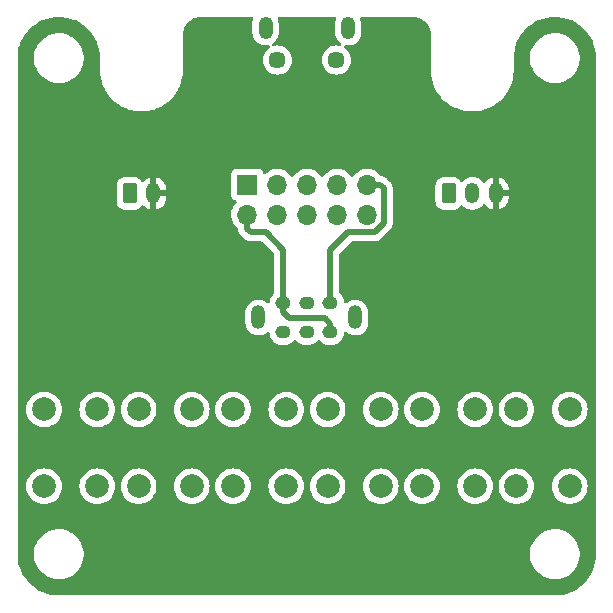
<source format=gbl>
%TF.GenerationSoftware,KiCad,Pcbnew,(6.0.2)*%
%TF.CreationDate,2022-05-16T10:21:06+01:00*%
%TF.ProjectId,led-tester,6c65642d-7465-4737-9465-722e6b696361,rev?*%
%TF.SameCoordinates,Original*%
%TF.FileFunction,Copper,L2,Bot*%
%TF.FilePolarity,Positive*%
%FSLAX46Y46*%
G04 Gerber Fmt 4.6, Leading zero omitted, Abs format (unit mm)*
G04 Created by KiCad (PCBNEW (6.0.2)) date 2022-05-16 10:21:06*
%MOMM*%
%LPD*%
G01*
G04 APERTURE LIST*
G04 Aperture macros list*
%AMRoundRect*
0 Rectangle with rounded corners*
0 $1 Rounding radius*
0 $2 $3 $4 $5 $6 $7 $8 $9 X,Y pos of 4 corners*
0 Add a 4 corners polygon primitive as box body*
4,1,4,$2,$3,$4,$5,$6,$7,$8,$9,$2,$3,0*
0 Add four circle primitives for the rounded corners*
1,1,$1+$1,$2,$3*
1,1,$1+$1,$4,$5*
1,1,$1+$1,$6,$7*
1,1,$1+$1,$8,$9*
0 Add four rect primitives between the rounded corners*
20,1,$1+$1,$2,$3,$4,$5,0*
20,1,$1+$1,$4,$5,$6,$7,0*
20,1,$1+$1,$6,$7,$8,$9,0*
20,1,$1+$1,$8,$9,$2,$3,0*%
G04 Aperture macros list end*
%TA.AperFunction,ComponentPad*%
%ADD10C,2.000000*%
%TD*%
%TA.AperFunction,ComponentPad*%
%ADD11C,1.450000*%
%TD*%
%TA.AperFunction,ComponentPad*%
%ADD12O,1.200000X1.900000*%
%TD*%
%TA.AperFunction,ComponentPad*%
%ADD13R,1.700000X1.700000*%
%TD*%
%TA.AperFunction,ComponentPad*%
%ADD14O,1.700000X1.700000*%
%TD*%
%TA.AperFunction,ComponentPad*%
%ADD15O,1.200000X2.000000*%
%TD*%
%TA.AperFunction,ComponentPad*%
%ADD16O,1.300000X1.100000*%
%TD*%
%TA.AperFunction,ComponentPad*%
%ADD17RoundRect,0.250000X-0.350000X-0.625000X0.350000X-0.625000X0.350000X0.625000X-0.350000X0.625000X0*%
%TD*%
%TA.AperFunction,ComponentPad*%
%ADD18O,1.200000X1.750000*%
%TD*%
%TA.AperFunction,ViaPad*%
%ADD19C,0.600000*%
%TD*%
%TA.AperFunction,Conductor*%
%ADD20C,0.500000*%
%TD*%
G04 APERTURE END LIST*
D10*
%TO.P,SW2,1,1*%
%TO.N,LED-*%
X102750000Y-83750000D03*
X102750000Y-90250000D03*
%TO.P,SW2,2,2*%
%TO.N,Net-(R1-Pad1)*%
X107250000Y-90250000D03*
X107250000Y-83750000D03*
%TD*%
D11*
%TO.P,J1,6,Shield*%
%TO.N,unconnected-(J1-Pad6)*%
X127500000Y-54162500D03*
D12*
X128500000Y-51462500D03*
D11*
X122500000Y-54162500D03*
D12*
X121500000Y-51462500D03*
%TD*%
D10*
%TO.P,SW3,1,1*%
%TO.N,LED-*%
X110750000Y-83750000D03*
X110750000Y-90250000D03*
%TO.P,SW3,2,2*%
%TO.N,Net-(R2-Pad1)*%
X115250000Y-83750000D03*
X115250000Y-90250000D03*
%TD*%
D13*
%TO.P,J4,1,Pin_1*%
%TO.N,Net-(J4-Pad1)*%
X119950000Y-64710000D03*
D14*
%TO.P,J4,2,Pin_2*%
%TO.N,Net-(J4-Pad10)*%
X119950000Y-67250000D03*
%TO.P,J4,3,Pin_3*%
%TO.N,Net-(J4-Pad1)*%
X122490000Y-64710000D03*
%TO.P,J4,4,Pin_4*%
%TO.N,Net-(J4-Pad10)*%
X122490000Y-67250000D03*
%TO.P,J4,5,Pin_5*%
%TO.N,Net-(J4-Pad1)*%
X125030000Y-64710000D03*
%TO.P,J4,6,Pin_6*%
%TO.N,Net-(J4-Pad10)*%
X125030000Y-67250000D03*
%TO.P,J4,7,Pin_7*%
%TO.N,Net-(J4-Pad1)*%
X127570000Y-64710000D03*
%TO.P,J4,8,Pin_8*%
%TO.N,Net-(J4-Pad10)*%
X127570000Y-67250000D03*
%TO.P,J4,9,Pin_9*%
%TO.N,Net-(J4-Pad1)*%
X130110000Y-64710000D03*
%TO.P,J4,10,Pin_10*%
%TO.N,Net-(J4-Pad10)*%
X130110000Y-67250000D03*
%TD*%
D10*
%TO.P,SW5,1,1*%
%TO.N,LED-*%
X126750000Y-83750000D03*
X126750000Y-90250000D03*
%TO.P,SW5,2,2*%
%TO.N,Net-(R4-Pad1)*%
X131250000Y-83750000D03*
X131250000Y-90250000D03*
%TD*%
%TO.P,SW4,1,1*%
%TO.N,LED-*%
X118750000Y-90250000D03*
X118750000Y-83750000D03*
%TO.P,SW4,2,2*%
%TO.N,Net-(R3-Pad1)*%
X123250000Y-90250000D03*
X123250000Y-83750000D03*
%TD*%
D15*
%TO.P,SW1,*%
%TO.N,*%
X129100000Y-75960000D03*
X120900000Y-75960000D03*
D16*
%TO.P,SW1,1,A*%
%TO.N,Net-(J4-Pad10)*%
X123000000Y-74710000D03*
%TO.P,SW1,2,B*%
%TO.N,LED+*%
X125000000Y-74710000D03*
%TO.P,SW1,3,C*%
%TO.N,Net-(J4-Pad1)*%
X127000000Y-74710000D03*
%TO.P,SW1,4,A*%
X123000000Y-77210000D03*
%TO.P,SW1,5,B*%
%TO.N,LED-*%
X125000000Y-77210000D03*
%TO.P,SW1,6,C*%
%TO.N,Net-(J4-Pad10)*%
X127000000Y-77210000D03*
%TD*%
D10*
%TO.P,SW6,1,1*%
%TO.N,LED-*%
X134750000Y-83750000D03*
X134750000Y-90250000D03*
%TO.P,SW6,2,2*%
%TO.N,Net-(R5-Pad1)*%
X139250000Y-83750000D03*
X139250000Y-90250000D03*
%TD*%
%TO.P,SW7,1,1*%
%TO.N,LED-*%
X142750000Y-90250000D03*
X142750000Y-83750000D03*
%TO.P,SW7,2,2*%
%TO.N,Net-(R6-Pad1)*%
X147250000Y-90250000D03*
X147250000Y-83750000D03*
%TD*%
D17*
%TO.P,J3,1,Pin_1*%
%TO.N,+5V*%
X137000000Y-65450000D03*
D18*
%TO.P,J3,2,Pin_2*%
%TO.N,Net-(J3-Pad2)*%
X139000000Y-65450000D03*
%TO.P,J3,3,Pin_3*%
%TO.N,GND*%
X141000000Y-65450000D03*
%TD*%
D17*
%TO.P,J2,1,Pin_1*%
%TO.N,+5V*%
X110000000Y-65450000D03*
D18*
%TO.P,J2,2,Pin_2*%
%TO.N,GND*%
X112000000Y-65450000D03*
%TD*%
D19*
%TO.N,GND*%
X117275000Y-73650000D03*
X133350000Y-72000000D03*
X129000000Y-96825000D03*
X133150000Y-76000000D03*
X123000000Y-96825000D03*
X114275000Y-73910000D03*
X123700000Y-55310000D03*
X127000000Y-96825000D03*
X121000000Y-96825000D03*
X123700000Y-53010000D03*
X114375000Y-79110000D03*
X125000000Y-96825000D03*
%TD*%
D20*
%TO.N,Net-(J4-Pad1)*%
X131500000Y-65000000D02*
X131500000Y-68000000D01*
X130110000Y-64710000D02*
X131210000Y-64710000D01*
X131500000Y-68000000D02*
X130750000Y-68750000D01*
X130750000Y-68750000D02*
X128500000Y-68750000D01*
X128500000Y-68750000D02*
X127000000Y-70250000D01*
X127000000Y-70250000D02*
X127000000Y-74710000D01*
X131210000Y-64710000D02*
X131500000Y-65000000D01*
%TO.N,Net-(J4-Pad10)*%
X126500000Y-76000000D02*
X127000000Y-76500000D01*
X123000000Y-74710000D02*
X123000000Y-75500000D01*
X123500000Y-76000000D02*
X126500000Y-76000000D01*
X123000000Y-70250000D02*
X123000000Y-74710000D01*
X119950000Y-68450000D02*
X120250000Y-68750000D01*
X121500000Y-68750000D02*
X123000000Y-70250000D01*
X127000000Y-76500000D02*
X127000000Y-77210000D01*
X120250000Y-68750000D02*
X121500000Y-68750000D01*
X119950000Y-67250000D02*
X119950000Y-68450000D01*
X123000000Y-75500000D02*
X123500000Y-76000000D01*
%TD*%
%TA.AperFunction,Conductor*%
%TO.N,GND*%
G36*
X120429971Y-50528002D02*
G01*
X120476464Y-50581658D01*
X120486568Y-50651932D01*
X120478716Y-50681098D01*
X120469199Y-50704714D01*
X120432314Y-50796237D01*
X120391772Y-51003837D01*
X120391500Y-51009399D01*
X120391500Y-51865346D01*
X120406548Y-52023066D01*
X120466092Y-52226034D01*
X120468836Y-52231361D01*
X120468836Y-52231362D01*
X120541052Y-52371577D01*
X120562942Y-52414080D01*
X120693604Y-52580420D01*
X120698135Y-52584352D01*
X120698138Y-52584355D01*
X120784058Y-52658912D01*
X120853363Y-52719052D01*
X120858549Y-52722052D01*
X120858553Y-52722055D01*
X121020665Y-52815839D01*
X121036454Y-52824973D01*
X121236271Y-52894361D01*
X121242206Y-52895222D01*
X121242208Y-52895222D01*
X121439664Y-52923852D01*
X121439667Y-52923852D01*
X121445604Y-52924713D01*
X121656899Y-52914933D01*
X121733347Y-52896509D01*
X121804258Y-52899994D01*
X121862028Y-52941263D01*
X121888315Y-53007214D01*
X121874774Y-53076907D01*
X121835139Y-53122215D01*
X121830094Y-53125748D01*
X121704093Y-53213975D01*
X121551475Y-53366593D01*
X121427677Y-53543394D01*
X121425354Y-53548376D01*
X121425351Y-53548381D01*
X121381888Y-53641588D01*
X121336461Y-53739007D01*
X121280599Y-53947487D01*
X121261788Y-54162500D01*
X121280599Y-54377513D01*
X121336461Y-54585993D01*
X121338783Y-54590974D01*
X121338784Y-54590975D01*
X121425351Y-54776619D01*
X121425354Y-54776624D01*
X121427677Y-54781606D01*
X121430834Y-54786114D01*
X121543343Y-54946793D01*
X121551475Y-54958407D01*
X121704093Y-55111025D01*
X121880894Y-55234823D01*
X121885876Y-55237146D01*
X121885881Y-55237149D01*
X122071525Y-55323716D01*
X122076507Y-55326039D01*
X122081815Y-55327461D01*
X122081817Y-55327462D01*
X122279672Y-55380477D01*
X122279674Y-55380477D01*
X122284987Y-55381901D01*
X122500000Y-55400712D01*
X122715013Y-55381901D01*
X122720326Y-55380477D01*
X122720328Y-55380477D01*
X122918183Y-55327462D01*
X122918185Y-55327461D01*
X122923493Y-55326039D01*
X122928475Y-55323716D01*
X123114119Y-55237149D01*
X123114124Y-55237146D01*
X123119106Y-55234823D01*
X123295907Y-55111025D01*
X123448525Y-54958407D01*
X123456658Y-54946793D01*
X123569166Y-54786114D01*
X123572323Y-54781606D01*
X123574646Y-54776624D01*
X123574649Y-54776619D01*
X123661216Y-54590975D01*
X123661217Y-54590974D01*
X123663539Y-54585993D01*
X123719401Y-54377513D01*
X123738212Y-54162500D01*
X123719401Y-53947487D01*
X123663539Y-53739007D01*
X123618112Y-53641588D01*
X123574649Y-53548381D01*
X123574646Y-53548376D01*
X123572323Y-53543394D01*
X123448525Y-53366593D01*
X123295907Y-53213975D01*
X123119106Y-53090177D01*
X123114124Y-53087854D01*
X123114119Y-53087851D01*
X122928475Y-53001284D01*
X122928474Y-53001283D01*
X122923493Y-52998961D01*
X122918185Y-52997539D01*
X122918183Y-52997538D01*
X122720328Y-52944523D01*
X122720326Y-52944523D01*
X122715013Y-52943099D01*
X122500000Y-52924288D01*
X122284987Y-52943099D01*
X122279674Y-52944523D01*
X122279672Y-52944523D01*
X122219216Y-52960722D01*
X122148239Y-52959032D01*
X122089444Y-52919238D01*
X122061496Y-52853973D01*
X122073270Y-52783960D01*
X122113705Y-52736245D01*
X122133710Y-52722055D01*
X122227611Y-52655446D01*
X122373881Y-52502650D01*
X122488620Y-52324952D01*
X122530801Y-52220286D01*
X122565442Y-52134332D01*
X122565443Y-52134329D01*
X122567686Y-52128763D01*
X122608228Y-51921163D01*
X122608500Y-51915601D01*
X122608500Y-51059654D01*
X122593452Y-50901934D01*
X122533908Y-50698966D01*
X122530160Y-50691688D01*
X122529953Y-50690610D01*
X122528936Y-50688068D01*
X122529426Y-50687872D01*
X122516754Y-50621968D01*
X122543169Y-50556069D01*
X122601019Y-50514912D01*
X122642178Y-50508000D01*
X127361850Y-50508000D01*
X127429971Y-50528002D01*
X127476464Y-50581658D01*
X127486568Y-50651932D01*
X127478716Y-50681098D01*
X127469199Y-50704714D01*
X127432314Y-50796237D01*
X127391772Y-51003837D01*
X127391500Y-51009399D01*
X127391500Y-51865346D01*
X127406548Y-52023066D01*
X127466092Y-52226034D01*
X127468836Y-52231361D01*
X127468836Y-52231362D01*
X127541052Y-52371577D01*
X127562942Y-52414080D01*
X127693604Y-52580420D01*
X127698135Y-52584352D01*
X127698138Y-52584355D01*
X127784058Y-52658912D01*
X127853363Y-52719052D01*
X127864182Y-52725311D01*
X127868508Y-52727814D01*
X127917455Y-52779241D01*
X127930828Y-52848967D01*
X127904381Y-52914854D01*
X127846511Y-52955983D01*
X127772797Y-52958582D01*
X127720335Y-52944524D01*
X127720324Y-52944522D01*
X127715013Y-52943099D01*
X127500000Y-52924288D01*
X127284987Y-52943099D01*
X127279674Y-52944523D01*
X127279672Y-52944523D01*
X127081817Y-52997538D01*
X127081815Y-52997539D01*
X127076507Y-52998961D01*
X127071526Y-53001283D01*
X127071525Y-53001284D01*
X126885881Y-53087851D01*
X126885876Y-53087854D01*
X126880894Y-53090177D01*
X126704093Y-53213975D01*
X126551475Y-53366593D01*
X126427677Y-53543394D01*
X126425354Y-53548376D01*
X126425351Y-53548381D01*
X126381888Y-53641588D01*
X126336461Y-53739007D01*
X126280599Y-53947487D01*
X126261788Y-54162500D01*
X126280599Y-54377513D01*
X126336461Y-54585993D01*
X126338783Y-54590974D01*
X126338784Y-54590975D01*
X126425351Y-54776619D01*
X126425354Y-54776624D01*
X126427677Y-54781606D01*
X126430834Y-54786114D01*
X126543343Y-54946793D01*
X126551475Y-54958407D01*
X126704093Y-55111025D01*
X126880894Y-55234823D01*
X126885876Y-55237146D01*
X126885881Y-55237149D01*
X127071525Y-55323716D01*
X127076507Y-55326039D01*
X127081815Y-55327461D01*
X127081817Y-55327462D01*
X127279672Y-55380477D01*
X127279674Y-55380477D01*
X127284987Y-55381901D01*
X127500000Y-55400712D01*
X127715013Y-55381901D01*
X127720326Y-55380477D01*
X127720328Y-55380477D01*
X127918183Y-55327462D01*
X127918185Y-55327461D01*
X127923493Y-55326039D01*
X127928475Y-55323716D01*
X128114119Y-55237149D01*
X128114124Y-55237146D01*
X128119106Y-55234823D01*
X128295907Y-55111025D01*
X128448525Y-54958407D01*
X128456658Y-54946793D01*
X128569166Y-54786114D01*
X128572323Y-54781606D01*
X128574646Y-54776624D01*
X128574649Y-54776619D01*
X128661216Y-54590975D01*
X128661217Y-54590974D01*
X128663539Y-54585993D01*
X128719401Y-54377513D01*
X128738212Y-54162500D01*
X128719401Y-53947487D01*
X128663539Y-53739007D01*
X128618112Y-53641588D01*
X128574649Y-53548381D01*
X128574646Y-53548376D01*
X128572323Y-53543394D01*
X128448525Y-53366593D01*
X128295907Y-53213975D01*
X128169905Y-53125747D01*
X128125578Y-53070291D01*
X128118269Y-52999672D01*
X128150300Y-52936311D01*
X128211501Y-52900326D01*
X128260257Y-52897839D01*
X128439664Y-52923852D01*
X128439667Y-52923852D01*
X128445604Y-52924713D01*
X128656899Y-52914933D01*
X128788077Y-52883319D01*
X128856701Y-52866781D01*
X128856703Y-52866780D01*
X128862534Y-52865375D01*
X128867992Y-52862893D01*
X128867996Y-52862892D01*
X129019868Y-52793839D01*
X129055087Y-52777826D01*
X129227611Y-52655446D01*
X129373881Y-52502650D01*
X129488620Y-52324952D01*
X129530801Y-52220286D01*
X129565442Y-52134332D01*
X129565443Y-52134329D01*
X129567686Y-52128763D01*
X129608228Y-51921163D01*
X129608500Y-51915601D01*
X129608500Y-51059654D01*
X129593452Y-50901934D01*
X129533908Y-50698966D01*
X129530160Y-50691688D01*
X129529953Y-50690610D01*
X129528936Y-50688068D01*
X129529426Y-50687872D01*
X129516754Y-50621968D01*
X129543169Y-50556069D01*
X129601019Y-50514912D01*
X129642178Y-50508000D01*
X133950672Y-50508000D01*
X133970056Y-50509500D01*
X133972284Y-50509847D01*
X133984859Y-50511805D01*
X133984861Y-50511805D01*
X133993730Y-50513186D01*
X134002632Y-50512022D01*
X134002634Y-50512022D01*
X134008959Y-50511195D01*
X134034282Y-50510452D01*
X134198126Y-50522170D01*
X134203343Y-50522543D01*
X134221137Y-50525101D01*
X134411540Y-50566521D01*
X134428788Y-50571586D01*
X134611358Y-50639682D01*
X134627710Y-50647149D01*
X134636470Y-50651932D01*
X134798734Y-50740534D01*
X134813848Y-50750248D01*
X134923516Y-50832344D01*
X134969842Y-50867023D01*
X134983428Y-50878796D01*
X135121204Y-51016572D01*
X135132977Y-51030158D01*
X135249752Y-51186152D01*
X135259466Y-51201266D01*
X135317190Y-51306980D01*
X135352851Y-51372290D01*
X135360318Y-51388642D01*
X135428414Y-51571212D01*
X135433480Y-51588462D01*
X135474899Y-51778863D01*
X135477457Y-51796657D01*
X135488638Y-51952988D01*
X135489041Y-51958629D01*
X135488297Y-51976533D01*
X135488195Y-51984858D01*
X135486814Y-51993730D01*
X135487978Y-52002632D01*
X135487978Y-52002635D01*
X135490936Y-52025251D01*
X135492000Y-52041589D01*
X135492000Y-54950672D01*
X135490500Y-54970056D01*
X135486814Y-54993730D01*
X135487634Y-55000000D01*
X135487186Y-55000000D01*
X135487619Y-55008267D01*
X135487619Y-55008269D01*
X135505389Y-55347319D01*
X135506430Y-55367189D01*
X135515932Y-55427186D01*
X135556798Y-55685202D01*
X135563949Y-55730355D01*
X135659115Y-56085519D01*
X135790885Y-56428790D01*
X135957814Y-56756407D01*
X136158074Y-57064780D01*
X136160149Y-57067343D01*
X136160156Y-57067352D01*
X136342186Y-57292140D01*
X136389470Y-57350531D01*
X136649469Y-57610530D01*
X136652044Y-57612615D01*
X136932648Y-57839844D01*
X136932657Y-57839851D01*
X136935220Y-57841926D01*
X137243593Y-58042186D01*
X137413863Y-58128943D01*
X137568275Y-58207620D01*
X137568282Y-58207623D01*
X137571210Y-58209115D01*
X137574282Y-58210294D01*
X137574286Y-58210296D01*
X137698899Y-58258130D01*
X137914481Y-58340885D01*
X138269645Y-58436051D01*
X138272895Y-58436566D01*
X138272901Y-58436567D01*
X138542280Y-58479232D01*
X138632811Y-58493570D01*
X138636096Y-58493742D01*
X138636104Y-58493743D01*
X138996699Y-58512641D01*
X139000000Y-58512814D01*
X139003301Y-58512641D01*
X139363896Y-58493743D01*
X139363904Y-58493742D01*
X139367189Y-58493570D01*
X139457720Y-58479232D01*
X139727099Y-58436567D01*
X139727105Y-58436566D01*
X139730355Y-58436051D01*
X140085519Y-58340885D01*
X140301101Y-58258130D01*
X140425714Y-58210296D01*
X140425718Y-58210294D01*
X140428790Y-58209115D01*
X140431718Y-58207623D01*
X140431725Y-58207620D01*
X140586137Y-58128943D01*
X140756407Y-58042186D01*
X141064780Y-57841926D01*
X141067343Y-57839851D01*
X141067352Y-57839844D01*
X141347956Y-57612615D01*
X141350531Y-57610530D01*
X141610530Y-57350531D01*
X141657814Y-57292140D01*
X141839844Y-57067352D01*
X141839851Y-57067343D01*
X141841926Y-57064780D01*
X142042186Y-56756407D01*
X142209115Y-56428790D01*
X142340885Y-56085519D01*
X142436051Y-55730355D01*
X142443203Y-55685202D01*
X142484068Y-55427186D01*
X142493570Y-55367189D01*
X142494612Y-55347319D01*
X142502757Y-55191884D01*
X142511366Y-55027627D01*
X142511964Y-55022199D01*
X142511828Y-55022187D01*
X142512263Y-55017340D01*
X142513071Y-55012539D01*
X142513150Y-55006041D01*
X142513165Y-55004859D01*
X142513165Y-55004855D01*
X142513224Y-55000000D01*
X142509273Y-54972412D01*
X142508000Y-54954549D01*
X142508000Y-54132703D01*
X143890743Y-54132703D01*
X143891302Y-54136947D01*
X143891302Y-54136951D01*
X143907810Y-54262340D01*
X143928268Y-54417734D01*
X144004129Y-54695036D01*
X144005813Y-54698984D01*
X144113168Y-54950672D01*
X144116923Y-54959476D01*
X144264561Y-55206161D01*
X144444313Y-55430528D01*
X144652851Y-55628423D01*
X144886317Y-55796186D01*
X144890112Y-55798195D01*
X144890113Y-55798196D01*
X144911869Y-55809715D01*
X145140392Y-55930712D01*
X145164699Y-55939607D01*
X145391092Y-56022455D01*
X145410373Y-56029511D01*
X145691264Y-56090755D01*
X145719841Y-56093004D01*
X145914282Y-56108307D01*
X145914291Y-56108307D01*
X145916739Y-56108500D01*
X146072271Y-56108500D01*
X146074407Y-56108354D01*
X146074418Y-56108354D01*
X146282548Y-56094165D01*
X146282554Y-56094164D01*
X146286825Y-56093873D01*
X146291020Y-56093004D01*
X146291022Y-56093004D01*
X146427583Y-56064724D01*
X146568342Y-56035574D01*
X146839343Y-55939607D01*
X147094812Y-55807750D01*
X147098313Y-55805289D01*
X147098317Y-55805287D01*
X147273527Y-55682147D01*
X147330023Y-55642441D01*
X147540622Y-55446740D01*
X147722713Y-55224268D01*
X147872927Y-54979142D01*
X147885425Y-54950672D01*
X147986757Y-54719830D01*
X147988483Y-54715898D01*
X148025488Y-54585993D01*
X148066068Y-54443534D01*
X148067244Y-54439406D01*
X148107751Y-54154784D01*
X148107845Y-54136951D01*
X148109235Y-53871583D01*
X148109235Y-53871576D01*
X148109257Y-53867297D01*
X148071732Y-53582266D01*
X147995871Y-53304964D01*
X147938633Y-53170772D01*
X147884763Y-53044476D01*
X147884761Y-53044472D01*
X147883077Y-53040524D01*
X147799170Y-52900326D01*
X147737643Y-52797521D01*
X147737640Y-52797517D01*
X147735439Y-52793839D01*
X147555687Y-52569472D01*
X147432289Y-52452372D01*
X147350258Y-52374527D01*
X147350255Y-52374525D01*
X147347149Y-52371577D01*
X147113683Y-52203814D01*
X147091843Y-52192250D01*
X147068654Y-52179972D01*
X146859608Y-52069288D01*
X146606143Y-51976533D01*
X146593658Y-51971964D01*
X146593656Y-51971963D01*
X146589627Y-51970489D01*
X146308736Y-51909245D01*
X146277685Y-51906801D01*
X146085718Y-51891693D01*
X146085709Y-51891693D01*
X146083261Y-51891500D01*
X145927729Y-51891500D01*
X145925593Y-51891646D01*
X145925582Y-51891646D01*
X145717452Y-51905835D01*
X145717446Y-51905836D01*
X145713175Y-51906127D01*
X145708980Y-51906996D01*
X145708978Y-51906996D01*
X145640568Y-51921163D01*
X145431658Y-51964426D01*
X145160657Y-52060393D01*
X144905188Y-52192250D01*
X144901687Y-52194711D01*
X144901683Y-52194713D01*
X144808960Y-52259880D01*
X144669977Y-52357559D01*
X144459378Y-52553260D01*
X144277287Y-52775732D01*
X144127073Y-53020858D01*
X144125347Y-53024791D01*
X144125346Y-53024792D01*
X144015964Y-53273972D01*
X144011517Y-53284102D01*
X143932756Y-53560594D01*
X143892249Y-53845216D01*
X143892227Y-53849505D01*
X143892226Y-53849512D01*
X143891159Y-54053207D01*
X143890743Y-54132703D01*
X142508000Y-54132703D01*
X142508000Y-54053207D01*
X142509746Y-54032303D01*
X142512264Y-54017335D01*
X142513071Y-54012539D01*
X142513224Y-54000000D01*
X142511143Y-53985465D01*
X142510044Y-53961012D01*
X142526784Y-53641588D01*
X142528162Y-53628471D01*
X142583276Y-53280494D01*
X142586018Y-53267594D01*
X142657376Y-53001284D01*
X142677204Y-52927285D01*
X142681279Y-52914744D01*
X142734641Y-52775732D01*
X142807531Y-52585845D01*
X142812895Y-52573796D01*
X142972843Y-52259880D01*
X142979438Y-52248458D01*
X143017216Y-52190285D01*
X143171321Y-51952986D01*
X143179071Y-51942319D01*
X143205115Y-51910158D01*
X143400783Y-51668527D01*
X143409608Y-51658726D01*
X143658726Y-51409608D01*
X143668527Y-51400783D01*
X143942319Y-51179071D01*
X143952988Y-51171319D01*
X144129532Y-51056670D01*
X144248458Y-50979438D01*
X144259880Y-50972843D01*
X144573796Y-50812895D01*
X144585845Y-50807531D01*
X144760387Y-50740531D01*
X144914745Y-50681279D01*
X144927287Y-50677203D01*
X144972871Y-50664989D01*
X145267594Y-50586018D01*
X145280494Y-50583276D01*
X145374190Y-50568436D01*
X145628472Y-50528162D01*
X145641587Y-50526784D01*
X145677820Y-50524885D01*
X145993406Y-50508346D01*
X146006594Y-50508346D01*
X146322180Y-50524885D01*
X146358413Y-50526784D01*
X146371528Y-50528162D01*
X146625810Y-50568436D01*
X146719506Y-50583276D01*
X146732406Y-50586018D01*
X147027130Y-50664989D01*
X147072713Y-50677203D01*
X147085255Y-50681279D01*
X147239613Y-50740531D01*
X147414155Y-50807531D01*
X147426204Y-50812895D01*
X147740120Y-50972843D01*
X147751542Y-50979438D01*
X147870469Y-51056670D01*
X148047012Y-51171319D01*
X148057681Y-51179071D01*
X148331473Y-51400783D01*
X148341274Y-51409608D01*
X148590392Y-51658726D01*
X148599217Y-51668527D01*
X148794886Y-51910158D01*
X148820929Y-51942319D01*
X148828679Y-51952986D01*
X148982784Y-52190285D01*
X149020562Y-52248458D01*
X149027157Y-52259880D01*
X149187105Y-52573796D01*
X149192469Y-52585845D01*
X149265360Y-52775732D01*
X149318721Y-52914744D01*
X149322796Y-52927285D01*
X149342624Y-53001284D01*
X149413982Y-53267594D01*
X149416724Y-53280494D01*
X149471838Y-53628471D01*
X149473216Y-53641585D01*
X149488970Y-53942172D01*
X149489764Y-53957329D01*
X149488436Y-53983312D01*
X149488195Y-53984856D01*
X149488195Y-53984860D01*
X149486814Y-53993730D01*
X149487978Y-54002632D01*
X149487978Y-54002635D01*
X149490936Y-54025251D01*
X149492000Y-54041589D01*
X149492000Y-95950672D01*
X149490500Y-95970056D01*
X149486814Y-95993730D01*
X149489274Y-96012539D01*
X149489341Y-96013050D01*
X149490253Y-96035570D01*
X149475489Y-96336093D01*
X149475489Y-96336094D01*
X149474278Y-96348394D01*
X149463378Y-96421876D01*
X149425811Y-96675130D01*
X149423401Y-96687249D01*
X149415240Y-96719830D01*
X149343139Y-97007674D01*
X149339549Y-97019507D01*
X149228275Y-97330494D01*
X149223544Y-97341918D01*
X149082315Y-97640523D01*
X149076486Y-97651428D01*
X148906672Y-97934745D01*
X148899802Y-97945026D01*
X148703040Y-98210329D01*
X148695196Y-98219887D01*
X148473374Y-98464630D01*
X148464630Y-98473374D01*
X148219887Y-98695196D01*
X148210329Y-98703040D01*
X147945026Y-98899802D01*
X147934745Y-98906672D01*
X147651428Y-99076486D01*
X147640523Y-99082315D01*
X147341918Y-99223544D01*
X147330494Y-99228275D01*
X147019507Y-99339549D01*
X147007676Y-99343138D01*
X146687249Y-99423401D01*
X146675139Y-99425809D01*
X146348394Y-99474278D01*
X146336098Y-99475489D01*
X146247344Y-99479849D01*
X146042938Y-99489890D01*
X146017376Y-99488543D01*
X146015143Y-99488195D01*
X146015139Y-99488195D01*
X146006270Y-99486814D01*
X145997368Y-99487978D01*
X145997365Y-99487978D01*
X145978083Y-99490500D01*
X145975728Y-99490808D01*
X145974749Y-99490936D01*
X145958411Y-99492000D01*
X104049328Y-99492000D01*
X104029943Y-99490500D01*
X104015142Y-99488195D01*
X104015139Y-99488195D01*
X104006270Y-99486814D01*
X103986946Y-99489341D01*
X103964430Y-99490253D01*
X103663900Y-99475488D01*
X103651606Y-99474278D01*
X103324861Y-99425809D01*
X103312751Y-99423401D01*
X102992324Y-99343138D01*
X102980493Y-99339549D01*
X102669506Y-99228275D01*
X102658082Y-99223544D01*
X102359477Y-99082315D01*
X102348572Y-99076486D01*
X102065255Y-98906672D01*
X102054974Y-98899802D01*
X101789671Y-98703040D01*
X101780113Y-98695196D01*
X101535370Y-98473374D01*
X101526626Y-98464630D01*
X101304804Y-98219887D01*
X101296960Y-98210329D01*
X101100198Y-97945026D01*
X101093328Y-97934745D01*
X100923514Y-97651428D01*
X100917685Y-97640523D01*
X100776456Y-97341918D01*
X100771725Y-97330494D01*
X100660451Y-97019507D01*
X100656861Y-97007674D01*
X100584760Y-96719830D01*
X100576599Y-96687249D01*
X100574189Y-96675130D01*
X100536623Y-96421876D01*
X100525722Y-96348394D01*
X100524511Y-96336093D01*
X100514520Y-96132703D01*
X101890743Y-96132703D01*
X101928268Y-96417734D01*
X102004129Y-96695036D01*
X102005813Y-96698984D01*
X102041885Y-96783552D01*
X102116923Y-96959476D01*
X102264561Y-97206161D01*
X102444313Y-97430528D01*
X102652851Y-97628423D01*
X102886317Y-97796186D01*
X102890112Y-97798195D01*
X102890113Y-97798196D01*
X102911869Y-97809715D01*
X103140392Y-97930712D01*
X103410373Y-98029511D01*
X103691264Y-98090755D01*
X103719841Y-98093004D01*
X103914282Y-98108307D01*
X103914291Y-98108307D01*
X103916739Y-98108500D01*
X104072271Y-98108500D01*
X104074407Y-98108354D01*
X104074418Y-98108354D01*
X104282548Y-98094165D01*
X104282554Y-98094164D01*
X104286825Y-98093873D01*
X104291020Y-98093004D01*
X104291022Y-98093004D01*
X104427584Y-98064723D01*
X104568342Y-98035574D01*
X104839343Y-97939607D01*
X105094812Y-97807750D01*
X105098313Y-97805289D01*
X105098317Y-97805287D01*
X105212417Y-97725096D01*
X105330023Y-97642441D01*
X105540622Y-97446740D01*
X105722713Y-97224268D01*
X105872927Y-96979142D01*
X105988483Y-96715898D01*
X106067244Y-96439406D01*
X106107751Y-96154784D01*
X106107845Y-96136951D01*
X106107867Y-96132703D01*
X143890743Y-96132703D01*
X143928268Y-96417734D01*
X144004129Y-96695036D01*
X144005813Y-96698984D01*
X144041885Y-96783552D01*
X144116923Y-96959476D01*
X144264561Y-97206161D01*
X144444313Y-97430528D01*
X144652851Y-97628423D01*
X144886317Y-97796186D01*
X144890112Y-97798195D01*
X144890113Y-97798196D01*
X144911869Y-97809715D01*
X145140392Y-97930712D01*
X145410373Y-98029511D01*
X145691264Y-98090755D01*
X145719841Y-98093004D01*
X145914282Y-98108307D01*
X145914291Y-98108307D01*
X145916739Y-98108500D01*
X146072271Y-98108500D01*
X146074407Y-98108354D01*
X146074418Y-98108354D01*
X146282548Y-98094165D01*
X146282554Y-98094164D01*
X146286825Y-98093873D01*
X146291020Y-98093004D01*
X146291022Y-98093004D01*
X146427584Y-98064723D01*
X146568342Y-98035574D01*
X146839343Y-97939607D01*
X147094812Y-97807750D01*
X147098313Y-97805289D01*
X147098317Y-97805287D01*
X147212417Y-97725096D01*
X147330023Y-97642441D01*
X147540622Y-97446740D01*
X147722713Y-97224268D01*
X147872927Y-96979142D01*
X147988483Y-96715898D01*
X148067244Y-96439406D01*
X148107751Y-96154784D01*
X148107845Y-96136951D01*
X148109235Y-95871583D01*
X148109235Y-95871576D01*
X148109257Y-95867297D01*
X148071732Y-95582266D01*
X147995871Y-95304964D01*
X147883077Y-95040524D01*
X147735439Y-94793839D01*
X147555687Y-94569472D01*
X147347149Y-94371577D01*
X147113683Y-94203814D01*
X147091843Y-94192250D01*
X147068654Y-94179972D01*
X146859608Y-94069288D01*
X146589627Y-93970489D01*
X146308736Y-93909245D01*
X146277685Y-93906801D01*
X146085718Y-93891693D01*
X146085709Y-93891693D01*
X146083261Y-93891500D01*
X145927729Y-93891500D01*
X145925593Y-93891646D01*
X145925582Y-93891646D01*
X145717452Y-93905835D01*
X145717446Y-93905836D01*
X145713175Y-93906127D01*
X145708980Y-93906996D01*
X145708978Y-93906996D01*
X145572416Y-93935277D01*
X145431658Y-93964426D01*
X145160657Y-94060393D01*
X144905188Y-94192250D01*
X144901687Y-94194711D01*
X144901683Y-94194713D01*
X144891594Y-94201804D01*
X144669977Y-94357559D01*
X144459378Y-94553260D01*
X144277287Y-94775732D01*
X144127073Y-95020858D01*
X144011517Y-95284102D01*
X143932756Y-95560594D01*
X143892249Y-95845216D01*
X143892227Y-95849505D01*
X143892226Y-95849512D01*
X143890765Y-96128417D01*
X143890743Y-96132703D01*
X106107867Y-96132703D01*
X106109235Y-95871583D01*
X106109235Y-95871576D01*
X106109257Y-95867297D01*
X106071732Y-95582266D01*
X105995871Y-95304964D01*
X105883077Y-95040524D01*
X105735439Y-94793839D01*
X105555687Y-94569472D01*
X105347149Y-94371577D01*
X105113683Y-94203814D01*
X105091843Y-94192250D01*
X105068654Y-94179972D01*
X104859608Y-94069288D01*
X104589627Y-93970489D01*
X104308736Y-93909245D01*
X104277685Y-93906801D01*
X104085718Y-93891693D01*
X104085709Y-93891693D01*
X104083261Y-93891500D01*
X103927729Y-93891500D01*
X103925593Y-93891646D01*
X103925582Y-93891646D01*
X103717452Y-93905835D01*
X103717446Y-93905836D01*
X103713175Y-93906127D01*
X103708980Y-93906996D01*
X103708978Y-93906996D01*
X103572416Y-93935277D01*
X103431658Y-93964426D01*
X103160657Y-94060393D01*
X102905188Y-94192250D01*
X102901687Y-94194711D01*
X102901683Y-94194713D01*
X102891594Y-94201804D01*
X102669977Y-94357559D01*
X102459378Y-94553260D01*
X102277287Y-94775732D01*
X102127073Y-95020858D01*
X102011517Y-95284102D01*
X101932756Y-95560594D01*
X101892249Y-95845216D01*
X101892227Y-95849505D01*
X101892226Y-95849512D01*
X101890765Y-96128417D01*
X101890743Y-96132703D01*
X100514520Y-96132703D01*
X100510293Y-96046665D01*
X100511886Y-96019586D01*
X100512264Y-96017340D01*
X100512265Y-96017331D01*
X100513071Y-96012539D01*
X100513224Y-96000000D01*
X100509273Y-95972412D01*
X100508000Y-95954549D01*
X100508000Y-90250000D01*
X101236835Y-90250000D01*
X101255465Y-90486711D01*
X101310895Y-90717594D01*
X101401760Y-90936963D01*
X101404346Y-90941183D01*
X101523241Y-91135202D01*
X101523245Y-91135208D01*
X101525824Y-91139416D01*
X101680031Y-91319969D01*
X101860584Y-91474176D01*
X101864792Y-91476755D01*
X101864798Y-91476759D01*
X102058817Y-91595654D01*
X102063037Y-91598240D01*
X102067607Y-91600133D01*
X102067611Y-91600135D01*
X102277833Y-91687211D01*
X102282406Y-91689105D01*
X102362609Y-91708360D01*
X102508476Y-91743380D01*
X102508482Y-91743381D01*
X102513289Y-91744535D01*
X102750000Y-91763165D01*
X102986711Y-91744535D01*
X102991518Y-91743381D01*
X102991524Y-91743380D01*
X103137391Y-91708360D01*
X103217594Y-91689105D01*
X103222167Y-91687211D01*
X103432389Y-91600135D01*
X103432393Y-91600133D01*
X103436963Y-91598240D01*
X103441183Y-91595654D01*
X103635202Y-91476759D01*
X103635208Y-91476755D01*
X103639416Y-91474176D01*
X103819969Y-91319969D01*
X103974176Y-91139416D01*
X103976755Y-91135208D01*
X103976759Y-91135202D01*
X104095654Y-90941183D01*
X104098240Y-90936963D01*
X104189105Y-90717594D01*
X104244535Y-90486711D01*
X104263165Y-90250000D01*
X105736835Y-90250000D01*
X105755465Y-90486711D01*
X105810895Y-90717594D01*
X105901760Y-90936963D01*
X105904346Y-90941183D01*
X106023241Y-91135202D01*
X106023245Y-91135208D01*
X106025824Y-91139416D01*
X106180031Y-91319969D01*
X106360584Y-91474176D01*
X106364792Y-91476755D01*
X106364798Y-91476759D01*
X106558817Y-91595654D01*
X106563037Y-91598240D01*
X106567607Y-91600133D01*
X106567611Y-91600135D01*
X106777833Y-91687211D01*
X106782406Y-91689105D01*
X106862609Y-91708360D01*
X107008476Y-91743380D01*
X107008482Y-91743381D01*
X107013289Y-91744535D01*
X107250000Y-91763165D01*
X107486711Y-91744535D01*
X107491518Y-91743381D01*
X107491524Y-91743380D01*
X107637391Y-91708360D01*
X107717594Y-91689105D01*
X107722167Y-91687211D01*
X107932389Y-91600135D01*
X107932393Y-91600133D01*
X107936963Y-91598240D01*
X107941183Y-91595654D01*
X108135202Y-91476759D01*
X108135208Y-91476755D01*
X108139416Y-91474176D01*
X108319969Y-91319969D01*
X108474176Y-91139416D01*
X108476755Y-91135208D01*
X108476759Y-91135202D01*
X108595654Y-90941183D01*
X108598240Y-90936963D01*
X108689105Y-90717594D01*
X108744535Y-90486711D01*
X108763165Y-90250000D01*
X109236835Y-90250000D01*
X109255465Y-90486711D01*
X109310895Y-90717594D01*
X109401760Y-90936963D01*
X109404346Y-90941183D01*
X109523241Y-91135202D01*
X109523245Y-91135208D01*
X109525824Y-91139416D01*
X109680031Y-91319969D01*
X109860584Y-91474176D01*
X109864792Y-91476755D01*
X109864798Y-91476759D01*
X110058817Y-91595654D01*
X110063037Y-91598240D01*
X110067607Y-91600133D01*
X110067611Y-91600135D01*
X110277833Y-91687211D01*
X110282406Y-91689105D01*
X110362609Y-91708360D01*
X110508476Y-91743380D01*
X110508482Y-91743381D01*
X110513289Y-91744535D01*
X110750000Y-91763165D01*
X110986711Y-91744535D01*
X110991518Y-91743381D01*
X110991524Y-91743380D01*
X111137391Y-91708360D01*
X111217594Y-91689105D01*
X111222167Y-91687211D01*
X111432389Y-91600135D01*
X111432393Y-91600133D01*
X111436963Y-91598240D01*
X111441183Y-91595654D01*
X111635202Y-91476759D01*
X111635208Y-91476755D01*
X111639416Y-91474176D01*
X111819969Y-91319969D01*
X111974176Y-91139416D01*
X111976755Y-91135208D01*
X111976759Y-91135202D01*
X112095654Y-90941183D01*
X112098240Y-90936963D01*
X112189105Y-90717594D01*
X112244535Y-90486711D01*
X112263165Y-90250000D01*
X113736835Y-90250000D01*
X113755465Y-90486711D01*
X113810895Y-90717594D01*
X113901760Y-90936963D01*
X113904346Y-90941183D01*
X114023241Y-91135202D01*
X114023245Y-91135208D01*
X114025824Y-91139416D01*
X114180031Y-91319969D01*
X114360584Y-91474176D01*
X114364792Y-91476755D01*
X114364798Y-91476759D01*
X114558817Y-91595654D01*
X114563037Y-91598240D01*
X114567607Y-91600133D01*
X114567611Y-91600135D01*
X114777833Y-91687211D01*
X114782406Y-91689105D01*
X114862609Y-91708360D01*
X115008476Y-91743380D01*
X115008482Y-91743381D01*
X115013289Y-91744535D01*
X115250000Y-91763165D01*
X115486711Y-91744535D01*
X115491518Y-91743381D01*
X115491524Y-91743380D01*
X115637391Y-91708360D01*
X115717594Y-91689105D01*
X115722167Y-91687211D01*
X115932389Y-91600135D01*
X115932393Y-91600133D01*
X115936963Y-91598240D01*
X115941183Y-91595654D01*
X116135202Y-91476759D01*
X116135208Y-91476755D01*
X116139416Y-91474176D01*
X116319969Y-91319969D01*
X116474176Y-91139416D01*
X116476755Y-91135208D01*
X116476759Y-91135202D01*
X116595654Y-90941183D01*
X116598240Y-90936963D01*
X116689105Y-90717594D01*
X116744535Y-90486711D01*
X116763165Y-90250000D01*
X117236835Y-90250000D01*
X117255465Y-90486711D01*
X117310895Y-90717594D01*
X117401760Y-90936963D01*
X117404346Y-90941183D01*
X117523241Y-91135202D01*
X117523245Y-91135208D01*
X117525824Y-91139416D01*
X117680031Y-91319969D01*
X117860584Y-91474176D01*
X117864792Y-91476755D01*
X117864798Y-91476759D01*
X118058817Y-91595654D01*
X118063037Y-91598240D01*
X118067607Y-91600133D01*
X118067611Y-91600135D01*
X118277833Y-91687211D01*
X118282406Y-91689105D01*
X118362609Y-91708360D01*
X118508476Y-91743380D01*
X118508482Y-91743381D01*
X118513289Y-91744535D01*
X118750000Y-91763165D01*
X118986711Y-91744535D01*
X118991518Y-91743381D01*
X118991524Y-91743380D01*
X119137391Y-91708360D01*
X119217594Y-91689105D01*
X119222167Y-91687211D01*
X119432389Y-91600135D01*
X119432393Y-91600133D01*
X119436963Y-91598240D01*
X119441183Y-91595654D01*
X119635202Y-91476759D01*
X119635208Y-91476755D01*
X119639416Y-91474176D01*
X119819969Y-91319969D01*
X119974176Y-91139416D01*
X119976755Y-91135208D01*
X119976759Y-91135202D01*
X120095654Y-90941183D01*
X120098240Y-90936963D01*
X120189105Y-90717594D01*
X120244535Y-90486711D01*
X120263165Y-90250000D01*
X121736835Y-90250000D01*
X121755465Y-90486711D01*
X121810895Y-90717594D01*
X121901760Y-90936963D01*
X121904346Y-90941183D01*
X122023241Y-91135202D01*
X122023245Y-91135208D01*
X122025824Y-91139416D01*
X122180031Y-91319969D01*
X122360584Y-91474176D01*
X122364792Y-91476755D01*
X122364798Y-91476759D01*
X122558817Y-91595654D01*
X122563037Y-91598240D01*
X122567607Y-91600133D01*
X122567611Y-91600135D01*
X122777833Y-91687211D01*
X122782406Y-91689105D01*
X122862609Y-91708360D01*
X123008476Y-91743380D01*
X123008482Y-91743381D01*
X123013289Y-91744535D01*
X123250000Y-91763165D01*
X123486711Y-91744535D01*
X123491518Y-91743381D01*
X123491524Y-91743380D01*
X123637391Y-91708360D01*
X123717594Y-91689105D01*
X123722167Y-91687211D01*
X123932389Y-91600135D01*
X123932393Y-91600133D01*
X123936963Y-91598240D01*
X123941183Y-91595654D01*
X124135202Y-91476759D01*
X124135208Y-91476755D01*
X124139416Y-91474176D01*
X124319969Y-91319969D01*
X124474176Y-91139416D01*
X124476755Y-91135208D01*
X124476759Y-91135202D01*
X124595654Y-90941183D01*
X124598240Y-90936963D01*
X124689105Y-90717594D01*
X124744535Y-90486711D01*
X124763165Y-90250000D01*
X125236835Y-90250000D01*
X125255465Y-90486711D01*
X125310895Y-90717594D01*
X125401760Y-90936963D01*
X125404346Y-90941183D01*
X125523241Y-91135202D01*
X125523245Y-91135208D01*
X125525824Y-91139416D01*
X125680031Y-91319969D01*
X125860584Y-91474176D01*
X125864792Y-91476755D01*
X125864798Y-91476759D01*
X126058817Y-91595654D01*
X126063037Y-91598240D01*
X126067607Y-91600133D01*
X126067611Y-91600135D01*
X126277833Y-91687211D01*
X126282406Y-91689105D01*
X126362609Y-91708360D01*
X126508476Y-91743380D01*
X126508482Y-91743381D01*
X126513289Y-91744535D01*
X126750000Y-91763165D01*
X126986711Y-91744535D01*
X126991518Y-91743381D01*
X126991524Y-91743380D01*
X127137391Y-91708360D01*
X127217594Y-91689105D01*
X127222167Y-91687211D01*
X127432389Y-91600135D01*
X127432393Y-91600133D01*
X127436963Y-91598240D01*
X127441183Y-91595654D01*
X127635202Y-91476759D01*
X127635208Y-91476755D01*
X127639416Y-91474176D01*
X127819969Y-91319969D01*
X127974176Y-91139416D01*
X127976755Y-91135208D01*
X127976759Y-91135202D01*
X128095654Y-90941183D01*
X128098240Y-90936963D01*
X128189105Y-90717594D01*
X128244535Y-90486711D01*
X128263165Y-90250000D01*
X129736835Y-90250000D01*
X129755465Y-90486711D01*
X129810895Y-90717594D01*
X129901760Y-90936963D01*
X129904346Y-90941183D01*
X130023241Y-91135202D01*
X130023245Y-91135208D01*
X130025824Y-91139416D01*
X130180031Y-91319969D01*
X130360584Y-91474176D01*
X130364792Y-91476755D01*
X130364798Y-91476759D01*
X130558817Y-91595654D01*
X130563037Y-91598240D01*
X130567607Y-91600133D01*
X130567611Y-91600135D01*
X130777833Y-91687211D01*
X130782406Y-91689105D01*
X130862609Y-91708360D01*
X131008476Y-91743380D01*
X131008482Y-91743381D01*
X131013289Y-91744535D01*
X131250000Y-91763165D01*
X131486711Y-91744535D01*
X131491518Y-91743381D01*
X131491524Y-91743380D01*
X131637391Y-91708360D01*
X131717594Y-91689105D01*
X131722167Y-91687211D01*
X131932389Y-91600135D01*
X131932393Y-91600133D01*
X131936963Y-91598240D01*
X131941183Y-91595654D01*
X132135202Y-91476759D01*
X132135208Y-91476755D01*
X132139416Y-91474176D01*
X132319969Y-91319969D01*
X132474176Y-91139416D01*
X132476755Y-91135208D01*
X132476759Y-91135202D01*
X132595654Y-90941183D01*
X132598240Y-90936963D01*
X132689105Y-90717594D01*
X132744535Y-90486711D01*
X132763165Y-90250000D01*
X133236835Y-90250000D01*
X133255465Y-90486711D01*
X133310895Y-90717594D01*
X133401760Y-90936963D01*
X133404346Y-90941183D01*
X133523241Y-91135202D01*
X133523245Y-91135208D01*
X133525824Y-91139416D01*
X133680031Y-91319969D01*
X133860584Y-91474176D01*
X133864792Y-91476755D01*
X133864798Y-91476759D01*
X134058817Y-91595654D01*
X134063037Y-91598240D01*
X134067607Y-91600133D01*
X134067611Y-91600135D01*
X134277833Y-91687211D01*
X134282406Y-91689105D01*
X134362609Y-91708360D01*
X134508476Y-91743380D01*
X134508482Y-91743381D01*
X134513289Y-91744535D01*
X134750000Y-91763165D01*
X134986711Y-91744535D01*
X134991518Y-91743381D01*
X134991524Y-91743380D01*
X135137391Y-91708360D01*
X135217594Y-91689105D01*
X135222167Y-91687211D01*
X135432389Y-91600135D01*
X135432393Y-91600133D01*
X135436963Y-91598240D01*
X135441183Y-91595654D01*
X135635202Y-91476759D01*
X135635208Y-91476755D01*
X135639416Y-91474176D01*
X135819969Y-91319969D01*
X135974176Y-91139416D01*
X135976755Y-91135208D01*
X135976759Y-91135202D01*
X136095654Y-90941183D01*
X136098240Y-90936963D01*
X136189105Y-90717594D01*
X136244535Y-90486711D01*
X136263165Y-90250000D01*
X137736835Y-90250000D01*
X137755465Y-90486711D01*
X137810895Y-90717594D01*
X137901760Y-90936963D01*
X137904346Y-90941183D01*
X138023241Y-91135202D01*
X138023245Y-91135208D01*
X138025824Y-91139416D01*
X138180031Y-91319969D01*
X138360584Y-91474176D01*
X138364792Y-91476755D01*
X138364798Y-91476759D01*
X138558817Y-91595654D01*
X138563037Y-91598240D01*
X138567607Y-91600133D01*
X138567611Y-91600135D01*
X138777833Y-91687211D01*
X138782406Y-91689105D01*
X138862609Y-91708360D01*
X139008476Y-91743380D01*
X139008482Y-91743381D01*
X139013289Y-91744535D01*
X139250000Y-91763165D01*
X139486711Y-91744535D01*
X139491518Y-91743381D01*
X139491524Y-91743380D01*
X139637391Y-91708360D01*
X139717594Y-91689105D01*
X139722167Y-91687211D01*
X139932389Y-91600135D01*
X139932393Y-91600133D01*
X139936963Y-91598240D01*
X139941183Y-91595654D01*
X140135202Y-91476759D01*
X140135208Y-91476755D01*
X140139416Y-91474176D01*
X140319969Y-91319969D01*
X140474176Y-91139416D01*
X140476755Y-91135208D01*
X140476759Y-91135202D01*
X140595654Y-90941183D01*
X140598240Y-90936963D01*
X140689105Y-90717594D01*
X140744535Y-90486711D01*
X140763165Y-90250000D01*
X141236835Y-90250000D01*
X141255465Y-90486711D01*
X141310895Y-90717594D01*
X141401760Y-90936963D01*
X141404346Y-90941183D01*
X141523241Y-91135202D01*
X141523245Y-91135208D01*
X141525824Y-91139416D01*
X141680031Y-91319969D01*
X141860584Y-91474176D01*
X141864792Y-91476755D01*
X141864798Y-91476759D01*
X142058817Y-91595654D01*
X142063037Y-91598240D01*
X142067607Y-91600133D01*
X142067611Y-91600135D01*
X142277833Y-91687211D01*
X142282406Y-91689105D01*
X142362609Y-91708360D01*
X142508476Y-91743380D01*
X142508482Y-91743381D01*
X142513289Y-91744535D01*
X142750000Y-91763165D01*
X142986711Y-91744535D01*
X142991518Y-91743381D01*
X142991524Y-91743380D01*
X143137391Y-91708360D01*
X143217594Y-91689105D01*
X143222167Y-91687211D01*
X143432389Y-91600135D01*
X143432393Y-91600133D01*
X143436963Y-91598240D01*
X143441183Y-91595654D01*
X143635202Y-91476759D01*
X143635208Y-91476755D01*
X143639416Y-91474176D01*
X143819969Y-91319969D01*
X143974176Y-91139416D01*
X143976755Y-91135208D01*
X143976759Y-91135202D01*
X144095654Y-90941183D01*
X144098240Y-90936963D01*
X144189105Y-90717594D01*
X144244535Y-90486711D01*
X144263165Y-90250000D01*
X145736835Y-90250000D01*
X145755465Y-90486711D01*
X145810895Y-90717594D01*
X145901760Y-90936963D01*
X145904346Y-90941183D01*
X146023241Y-91135202D01*
X146023245Y-91135208D01*
X146025824Y-91139416D01*
X146180031Y-91319969D01*
X146360584Y-91474176D01*
X146364792Y-91476755D01*
X146364798Y-91476759D01*
X146558817Y-91595654D01*
X146563037Y-91598240D01*
X146567607Y-91600133D01*
X146567611Y-91600135D01*
X146777833Y-91687211D01*
X146782406Y-91689105D01*
X146862609Y-91708360D01*
X147008476Y-91743380D01*
X147008482Y-91743381D01*
X147013289Y-91744535D01*
X147250000Y-91763165D01*
X147486711Y-91744535D01*
X147491518Y-91743381D01*
X147491524Y-91743380D01*
X147637391Y-91708360D01*
X147717594Y-91689105D01*
X147722167Y-91687211D01*
X147932389Y-91600135D01*
X147932393Y-91600133D01*
X147936963Y-91598240D01*
X147941183Y-91595654D01*
X148135202Y-91476759D01*
X148135208Y-91476755D01*
X148139416Y-91474176D01*
X148319969Y-91319969D01*
X148474176Y-91139416D01*
X148476755Y-91135208D01*
X148476759Y-91135202D01*
X148595654Y-90941183D01*
X148598240Y-90936963D01*
X148689105Y-90717594D01*
X148744535Y-90486711D01*
X148763165Y-90250000D01*
X148744535Y-90013289D01*
X148689105Y-89782406D01*
X148598240Y-89563037D01*
X148595654Y-89558817D01*
X148476759Y-89364798D01*
X148476755Y-89364792D01*
X148474176Y-89360584D01*
X148319969Y-89180031D01*
X148139416Y-89025824D01*
X148135208Y-89023245D01*
X148135202Y-89023241D01*
X147941183Y-88904346D01*
X147936963Y-88901760D01*
X147932393Y-88899867D01*
X147932389Y-88899865D01*
X147722167Y-88812789D01*
X147722165Y-88812788D01*
X147717594Y-88810895D01*
X147637391Y-88791640D01*
X147491524Y-88756620D01*
X147491518Y-88756619D01*
X147486711Y-88755465D01*
X147250000Y-88736835D01*
X147013289Y-88755465D01*
X147008482Y-88756619D01*
X147008476Y-88756620D01*
X146862609Y-88791640D01*
X146782406Y-88810895D01*
X146777835Y-88812788D01*
X146777833Y-88812789D01*
X146567611Y-88899865D01*
X146567607Y-88899867D01*
X146563037Y-88901760D01*
X146558817Y-88904346D01*
X146364798Y-89023241D01*
X146364792Y-89023245D01*
X146360584Y-89025824D01*
X146180031Y-89180031D01*
X146025824Y-89360584D01*
X146023245Y-89364792D01*
X146023241Y-89364798D01*
X145904346Y-89558817D01*
X145901760Y-89563037D01*
X145810895Y-89782406D01*
X145755465Y-90013289D01*
X145736835Y-90250000D01*
X144263165Y-90250000D01*
X144244535Y-90013289D01*
X144189105Y-89782406D01*
X144098240Y-89563037D01*
X144095654Y-89558817D01*
X143976759Y-89364798D01*
X143976755Y-89364792D01*
X143974176Y-89360584D01*
X143819969Y-89180031D01*
X143639416Y-89025824D01*
X143635208Y-89023245D01*
X143635202Y-89023241D01*
X143441183Y-88904346D01*
X143436963Y-88901760D01*
X143432393Y-88899867D01*
X143432389Y-88899865D01*
X143222167Y-88812789D01*
X143222165Y-88812788D01*
X143217594Y-88810895D01*
X143137391Y-88791640D01*
X142991524Y-88756620D01*
X142991518Y-88756619D01*
X142986711Y-88755465D01*
X142750000Y-88736835D01*
X142513289Y-88755465D01*
X142508482Y-88756619D01*
X142508476Y-88756620D01*
X142362609Y-88791640D01*
X142282406Y-88810895D01*
X142277835Y-88812788D01*
X142277833Y-88812789D01*
X142067611Y-88899865D01*
X142067607Y-88899867D01*
X142063037Y-88901760D01*
X142058817Y-88904346D01*
X141864798Y-89023241D01*
X141864792Y-89023245D01*
X141860584Y-89025824D01*
X141680031Y-89180031D01*
X141525824Y-89360584D01*
X141523245Y-89364792D01*
X141523241Y-89364798D01*
X141404346Y-89558817D01*
X141401760Y-89563037D01*
X141310895Y-89782406D01*
X141255465Y-90013289D01*
X141236835Y-90250000D01*
X140763165Y-90250000D01*
X140744535Y-90013289D01*
X140689105Y-89782406D01*
X140598240Y-89563037D01*
X140595654Y-89558817D01*
X140476759Y-89364798D01*
X140476755Y-89364792D01*
X140474176Y-89360584D01*
X140319969Y-89180031D01*
X140139416Y-89025824D01*
X140135208Y-89023245D01*
X140135202Y-89023241D01*
X139941183Y-88904346D01*
X139936963Y-88901760D01*
X139932393Y-88899867D01*
X139932389Y-88899865D01*
X139722167Y-88812789D01*
X139722165Y-88812788D01*
X139717594Y-88810895D01*
X139637391Y-88791640D01*
X139491524Y-88756620D01*
X139491518Y-88756619D01*
X139486711Y-88755465D01*
X139250000Y-88736835D01*
X139013289Y-88755465D01*
X139008482Y-88756619D01*
X139008476Y-88756620D01*
X138862609Y-88791640D01*
X138782406Y-88810895D01*
X138777835Y-88812788D01*
X138777833Y-88812789D01*
X138567611Y-88899865D01*
X138567607Y-88899867D01*
X138563037Y-88901760D01*
X138558817Y-88904346D01*
X138364798Y-89023241D01*
X138364792Y-89023245D01*
X138360584Y-89025824D01*
X138180031Y-89180031D01*
X138025824Y-89360584D01*
X138023245Y-89364792D01*
X138023241Y-89364798D01*
X137904346Y-89558817D01*
X137901760Y-89563037D01*
X137810895Y-89782406D01*
X137755465Y-90013289D01*
X137736835Y-90250000D01*
X136263165Y-90250000D01*
X136244535Y-90013289D01*
X136189105Y-89782406D01*
X136098240Y-89563037D01*
X136095654Y-89558817D01*
X135976759Y-89364798D01*
X135976755Y-89364792D01*
X135974176Y-89360584D01*
X135819969Y-89180031D01*
X135639416Y-89025824D01*
X135635208Y-89023245D01*
X135635202Y-89023241D01*
X135441183Y-88904346D01*
X135436963Y-88901760D01*
X135432393Y-88899867D01*
X135432389Y-88899865D01*
X135222167Y-88812789D01*
X135222165Y-88812788D01*
X135217594Y-88810895D01*
X135137391Y-88791640D01*
X134991524Y-88756620D01*
X134991518Y-88756619D01*
X134986711Y-88755465D01*
X134750000Y-88736835D01*
X134513289Y-88755465D01*
X134508482Y-88756619D01*
X134508476Y-88756620D01*
X134362609Y-88791640D01*
X134282406Y-88810895D01*
X134277835Y-88812788D01*
X134277833Y-88812789D01*
X134067611Y-88899865D01*
X134067607Y-88899867D01*
X134063037Y-88901760D01*
X134058817Y-88904346D01*
X133864798Y-89023241D01*
X133864792Y-89023245D01*
X133860584Y-89025824D01*
X133680031Y-89180031D01*
X133525824Y-89360584D01*
X133523245Y-89364792D01*
X133523241Y-89364798D01*
X133404346Y-89558817D01*
X133401760Y-89563037D01*
X133310895Y-89782406D01*
X133255465Y-90013289D01*
X133236835Y-90250000D01*
X132763165Y-90250000D01*
X132744535Y-90013289D01*
X132689105Y-89782406D01*
X132598240Y-89563037D01*
X132595654Y-89558817D01*
X132476759Y-89364798D01*
X132476755Y-89364792D01*
X132474176Y-89360584D01*
X132319969Y-89180031D01*
X132139416Y-89025824D01*
X132135208Y-89023245D01*
X132135202Y-89023241D01*
X131941183Y-88904346D01*
X131936963Y-88901760D01*
X131932393Y-88899867D01*
X131932389Y-88899865D01*
X131722167Y-88812789D01*
X131722165Y-88812788D01*
X131717594Y-88810895D01*
X131637391Y-88791640D01*
X131491524Y-88756620D01*
X131491518Y-88756619D01*
X131486711Y-88755465D01*
X131250000Y-88736835D01*
X131013289Y-88755465D01*
X131008482Y-88756619D01*
X131008476Y-88756620D01*
X130862609Y-88791640D01*
X130782406Y-88810895D01*
X130777835Y-88812788D01*
X130777833Y-88812789D01*
X130567611Y-88899865D01*
X130567607Y-88899867D01*
X130563037Y-88901760D01*
X130558817Y-88904346D01*
X130364798Y-89023241D01*
X130364792Y-89023245D01*
X130360584Y-89025824D01*
X130180031Y-89180031D01*
X130025824Y-89360584D01*
X130023245Y-89364792D01*
X130023241Y-89364798D01*
X129904346Y-89558817D01*
X129901760Y-89563037D01*
X129810895Y-89782406D01*
X129755465Y-90013289D01*
X129736835Y-90250000D01*
X128263165Y-90250000D01*
X128244535Y-90013289D01*
X128189105Y-89782406D01*
X128098240Y-89563037D01*
X128095654Y-89558817D01*
X127976759Y-89364798D01*
X127976755Y-89364792D01*
X127974176Y-89360584D01*
X127819969Y-89180031D01*
X127639416Y-89025824D01*
X127635208Y-89023245D01*
X127635202Y-89023241D01*
X127441183Y-88904346D01*
X127436963Y-88901760D01*
X127432393Y-88899867D01*
X127432389Y-88899865D01*
X127222167Y-88812789D01*
X127222165Y-88812788D01*
X127217594Y-88810895D01*
X127137391Y-88791640D01*
X126991524Y-88756620D01*
X126991518Y-88756619D01*
X126986711Y-88755465D01*
X126750000Y-88736835D01*
X126513289Y-88755465D01*
X126508482Y-88756619D01*
X126508476Y-88756620D01*
X126362609Y-88791640D01*
X126282406Y-88810895D01*
X126277835Y-88812788D01*
X126277833Y-88812789D01*
X126067611Y-88899865D01*
X126067607Y-88899867D01*
X126063037Y-88901760D01*
X126058817Y-88904346D01*
X125864798Y-89023241D01*
X125864792Y-89023245D01*
X125860584Y-89025824D01*
X125680031Y-89180031D01*
X125525824Y-89360584D01*
X125523245Y-89364792D01*
X125523241Y-89364798D01*
X125404346Y-89558817D01*
X125401760Y-89563037D01*
X125310895Y-89782406D01*
X125255465Y-90013289D01*
X125236835Y-90250000D01*
X124763165Y-90250000D01*
X124744535Y-90013289D01*
X124689105Y-89782406D01*
X124598240Y-89563037D01*
X124595654Y-89558817D01*
X124476759Y-89364798D01*
X124476755Y-89364792D01*
X124474176Y-89360584D01*
X124319969Y-89180031D01*
X124139416Y-89025824D01*
X124135208Y-89023245D01*
X124135202Y-89023241D01*
X123941183Y-88904346D01*
X123936963Y-88901760D01*
X123932393Y-88899867D01*
X123932389Y-88899865D01*
X123722167Y-88812789D01*
X123722165Y-88812788D01*
X123717594Y-88810895D01*
X123637391Y-88791640D01*
X123491524Y-88756620D01*
X123491518Y-88756619D01*
X123486711Y-88755465D01*
X123250000Y-88736835D01*
X123013289Y-88755465D01*
X123008482Y-88756619D01*
X123008476Y-88756620D01*
X122862609Y-88791640D01*
X122782406Y-88810895D01*
X122777835Y-88812788D01*
X122777833Y-88812789D01*
X122567611Y-88899865D01*
X122567607Y-88899867D01*
X122563037Y-88901760D01*
X122558817Y-88904346D01*
X122364798Y-89023241D01*
X122364792Y-89023245D01*
X122360584Y-89025824D01*
X122180031Y-89180031D01*
X122025824Y-89360584D01*
X122023245Y-89364792D01*
X122023241Y-89364798D01*
X121904346Y-89558817D01*
X121901760Y-89563037D01*
X121810895Y-89782406D01*
X121755465Y-90013289D01*
X121736835Y-90250000D01*
X120263165Y-90250000D01*
X120244535Y-90013289D01*
X120189105Y-89782406D01*
X120098240Y-89563037D01*
X120095654Y-89558817D01*
X119976759Y-89364798D01*
X119976755Y-89364792D01*
X119974176Y-89360584D01*
X119819969Y-89180031D01*
X119639416Y-89025824D01*
X119635208Y-89023245D01*
X119635202Y-89023241D01*
X119441183Y-88904346D01*
X119436963Y-88901760D01*
X119432393Y-88899867D01*
X119432389Y-88899865D01*
X119222167Y-88812789D01*
X119222165Y-88812788D01*
X119217594Y-88810895D01*
X119137391Y-88791640D01*
X118991524Y-88756620D01*
X118991518Y-88756619D01*
X118986711Y-88755465D01*
X118750000Y-88736835D01*
X118513289Y-88755465D01*
X118508482Y-88756619D01*
X118508476Y-88756620D01*
X118362609Y-88791640D01*
X118282406Y-88810895D01*
X118277835Y-88812788D01*
X118277833Y-88812789D01*
X118067611Y-88899865D01*
X118067607Y-88899867D01*
X118063037Y-88901760D01*
X118058817Y-88904346D01*
X117864798Y-89023241D01*
X117864792Y-89023245D01*
X117860584Y-89025824D01*
X117680031Y-89180031D01*
X117525824Y-89360584D01*
X117523245Y-89364792D01*
X117523241Y-89364798D01*
X117404346Y-89558817D01*
X117401760Y-89563037D01*
X117310895Y-89782406D01*
X117255465Y-90013289D01*
X117236835Y-90250000D01*
X116763165Y-90250000D01*
X116744535Y-90013289D01*
X116689105Y-89782406D01*
X116598240Y-89563037D01*
X116595654Y-89558817D01*
X116476759Y-89364798D01*
X116476755Y-89364792D01*
X116474176Y-89360584D01*
X116319969Y-89180031D01*
X116139416Y-89025824D01*
X116135208Y-89023245D01*
X116135202Y-89023241D01*
X115941183Y-88904346D01*
X115936963Y-88901760D01*
X115932393Y-88899867D01*
X115932389Y-88899865D01*
X115722167Y-88812789D01*
X115722165Y-88812788D01*
X115717594Y-88810895D01*
X115637391Y-88791640D01*
X115491524Y-88756620D01*
X115491518Y-88756619D01*
X115486711Y-88755465D01*
X115250000Y-88736835D01*
X115013289Y-88755465D01*
X115008482Y-88756619D01*
X115008476Y-88756620D01*
X114862609Y-88791640D01*
X114782406Y-88810895D01*
X114777835Y-88812788D01*
X114777833Y-88812789D01*
X114567611Y-88899865D01*
X114567607Y-88899867D01*
X114563037Y-88901760D01*
X114558817Y-88904346D01*
X114364798Y-89023241D01*
X114364792Y-89023245D01*
X114360584Y-89025824D01*
X114180031Y-89180031D01*
X114025824Y-89360584D01*
X114023245Y-89364792D01*
X114023241Y-89364798D01*
X113904346Y-89558817D01*
X113901760Y-89563037D01*
X113810895Y-89782406D01*
X113755465Y-90013289D01*
X113736835Y-90250000D01*
X112263165Y-90250000D01*
X112244535Y-90013289D01*
X112189105Y-89782406D01*
X112098240Y-89563037D01*
X112095654Y-89558817D01*
X111976759Y-89364798D01*
X111976755Y-89364792D01*
X111974176Y-89360584D01*
X111819969Y-89180031D01*
X111639416Y-89025824D01*
X111635208Y-89023245D01*
X111635202Y-89023241D01*
X111441183Y-88904346D01*
X111436963Y-88901760D01*
X111432393Y-88899867D01*
X111432389Y-88899865D01*
X111222167Y-88812789D01*
X111222165Y-88812788D01*
X111217594Y-88810895D01*
X111137391Y-88791640D01*
X110991524Y-88756620D01*
X110991518Y-88756619D01*
X110986711Y-88755465D01*
X110750000Y-88736835D01*
X110513289Y-88755465D01*
X110508482Y-88756619D01*
X110508476Y-88756620D01*
X110362609Y-88791640D01*
X110282406Y-88810895D01*
X110277835Y-88812788D01*
X110277833Y-88812789D01*
X110067611Y-88899865D01*
X110067607Y-88899867D01*
X110063037Y-88901760D01*
X110058817Y-88904346D01*
X109864798Y-89023241D01*
X109864792Y-89023245D01*
X109860584Y-89025824D01*
X109680031Y-89180031D01*
X109525824Y-89360584D01*
X109523245Y-89364792D01*
X109523241Y-89364798D01*
X109404346Y-89558817D01*
X109401760Y-89563037D01*
X109310895Y-89782406D01*
X109255465Y-90013289D01*
X109236835Y-90250000D01*
X108763165Y-90250000D01*
X108744535Y-90013289D01*
X108689105Y-89782406D01*
X108598240Y-89563037D01*
X108595654Y-89558817D01*
X108476759Y-89364798D01*
X108476755Y-89364792D01*
X108474176Y-89360584D01*
X108319969Y-89180031D01*
X108139416Y-89025824D01*
X108135208Y-89023245D01*
X108135202Y-89023241D01*
X107941183Y-88904346D01*
X107936963Y-88901760D01*
X107932393Y-88899867D01*
X107932389Y-88899865D01*
X107722167Y-88812789D01*
X107722165Y-88812788D01*
X107717594Y-88810895D01*
X107637391Y-88791640D01*
X107491524Y-88756620D01*
X107491518Y-88756619D01*
X107486711Y-88755465D01*
X107250000Y-88736835D01*
X107013289Y-88755465D01*
X107008482Y-88756619D01*
X107008476Y-88756620D01*
X106862609Y-88791640D01*
X106782406Y-88810895D01*
X106777835Y-88812788D01*
X106777833Y-88812789D01*
X106567611Y-88899865D01*
X106567607Y-88899867D01*
X106563037Y-88901760D01*
X106558817Y-88904346D01*
X106364798Y-89023241D01*
X106364792Y-89023245D01*
X106360584Y-89025824D01*
X106180031Y-89180031D01*
X106025824Y-89360584D01*
X106023245Y-89364792D01*
X106023241Y-89364798D01*
X105904346Y-89558817D01*
X105901760Y-89563037D01*
X105810895Y-89782406D01*
X105755465Y-90013289D01*
X105736835Y-90250000D01*
X104263165Y-90250000D01*
X104244535Y-90013289D01*
X104189105Y-89782406D01*
X104098240Y-89563037D01*
X104095654Y-89558817D01*
X103976759Y-89364798D01*
X103976755Y-89364792D01*
X103974176Y-89360584D01*
X103819969Y-89180031D01*
X103639416Y-89025824D01*
X103635208Y-89023245D01*
X103635202Y-89023241D01*
X103441183Y-88904346D01*
X103436963Y-88901760D01*
X103432393Y-88899867D01*
X103432389Y-88899865D01*
X103222167Y-88812789D01*
X103222165Y-88812788D01*
X103217594Y-88810895D01*
X103137391Y-88791640D01*
X102991524Y-88756620D01*
X102991518Y-88756619D01*
X102986711Y-88755465D01*
X102750000Y-88736835D01*
X102513289Y-88755465D01*
X102508482Y-88756619D01*
X102508476Y-88756620D01*
X102362609Y-88791640D01*
X102282406Y-88810895D01*
X102277835Y-88812788D01*
X102277833Y-88812789D01*
X102067611Y-88899865D01*
X102067607Y-88899867D01*
X102063037Y-88901760D01*
X102058817Y-88904346D01*
X101864798Y-89023241D01*
X101864792Y-89023245D01*
X101860584Y-89025824D01*
X101680031Y-89180031D01*
X101525824Y-89360584D01*
X101523245Y-89364792D01*
X101523241Y-89364798D01*
X101404346Y-89558817D01*
X101401760Y-89563037D01*
X101310895Y-89782406D01*
X101255465Y-90013289D01*
X101236835Y-90250000D01*
X100508000Y-90250000D01*
X100508000Y-83750000D01*
X101236835Y-83750000D01*
X101255465Y-83986711D01*
X101310895Y-84217594D01*
X101401760Y-84436963D01*
X101404346Y-84441183D01*
X101523241Y-84635202D01*
X101523245Y-84635208D01*
X101525824Y-84639416D01*
X101680031Y-84819969D01*
X101860584Y-84974176D01*
X101864792Y-84976755D01*
X101864798Y-84976759D01*
X102058817Y-85095654D01*
X102063037Y-85098240D01*
X102067607Y-85100133D01*
X102067611Y-85100135D01*
X102277833Y-85187211D01*
X102282406Y-85189105D01*
X102362609Y-85208360D01*
X102508476Y-85243380D01*
X102508482Y-85243381D01*
X102513289Y-85244535D01*
X102750000Y-85263165D01*
X102986711Y-85244535D01*
X102991518Y-85243381D01*
X102991524Y-85243380D01*
X103137391Y-85208360D01*
X103217594Y-85189105D01*
X103222167Y-85187211D01*
X103432389Y-85100135D01*
X103432393Y-85100133D01*
X103436963Y-85098240D01*
X103441183Y-85095654D01*
X103635202Y-84976759D01*
X103635208Y-84976755D01*
X103639416Y-84974176D01*
X103819969Y-84819969D01*
X103974176Y-84639416D01*
X103976755Y-84635208D01*
X103976759Y-84635202D01*
X104095654Y-84441183D01*
X104098240Y-84436963D01*
X104189105Y-84217594D01*
X104244535Y-83986711D01*
X104263165Y-83750000D01*
X105736835Y-83750000D01*
X105755465Y-83986711D01*
X105810895Y-84217594D01*
X105901760Y-84436963D01*
X105904346Y-84441183D01*
X106023241Y-84635202D01*
X106023245Y-84635208D01*
X106025824Y-84639416D01*
X106180031Y-84819969D01*
X106360584Y-84974176D01*
X106364792Y-84976755D01*
X106364798Y-84976759D01*
X106558817Y-85095654D01*
X106563037Y-85098240D01*
X106567607Y-85100133D01*
X106567611Y-85100135D01*
X106777833Y-85187211D01*
X106782406Y-85189105D01*
X106862609Y-85208360D01*
X107008476Y-85243380D01*
X107008482Y-85243381D01*
X107013289Y-85244535D01*
X107250000Y-85263165D01*
X107486711Y-85244535D01*
X107491518Y-85243381D01*
X107491524Y-85243380D01*
X107637391Y-85208360D01*
X107717594Y-85189105D01*
X107722167Y-85187211D01*
X107932389Y-85100135D01*
X107932393Y-85100133D01*
X107936963Y-85098240D01*
X107941183Y-85095654D01*
X108135202Y-84976759D01*
X108135208Y-84976755D01*
X108139416Y-84974176D01*
X108319969Y-84819969D01*
X108474176Y-84639416D01*
X108476755Y-84635208D01*
X108476759Y-84635202D01*
X108595654Y-84441183D01*
X108598240Y-84436963D01*
X108689105Y-84217594D01*
X108744535Y-83986711D01*
X108763165Y-83750000D01*
X109236835Y-83750000D01*
X109255465Y-83986711D01*
X109310895Y-84217594D01*
X109401760Y-84436963D01*
X109404346Y-84441183D01*
X109523241Y-84635202D01*
X109523245Y-84635208D01*
X109525824Y-84639416D01*
X109680031Y-84819969D01*
X109860584Y-84974176D01*
X109864792Y-84976755D01*
X109864798Y-84976759D01*
X110058817Y-85095654D01*
X110063037Y-85098240D01*
X110067607Y-85100133D01*
X110067611Y-85100135D01*
X110277833Y-85187211D01*
X110282406Y-85189105D01*
X110362609Y-85208360D01*
X110508476Y-85243380D01*
X110508482Y-85243381D01*
X110513289Y-85244535D01*
X110750000Y-85263165D01*
X110986711Y-85244535D01*
X110991518Y-85243381D01*
X110991524Y-85243380D01*
X111137391Y-85208360D01*
X111217594Y-85189105D01*
X111222167Y-85187211D01*
X111432389Y-85100135D01*
X111432393Y-85100133D01*
X111436963Y-85098240D01*
X111441183Y-85095654D01*
X111635202Y-84976759D01*
X111635208Y-84976755D01*
X111639416Y-84974176D01*
X111819969Y-84819969D01*
X111974176Y-84639416D01*
X111976755Y-84635208D01*
X111976759Y-84635202D01*
X112095654Y-84441183D01*
X112098240Y-84436963D01*
X112189105Y-84217594D01*
X112244535Y-83986711D01*
X112263165Y-83750000D01*
X113736835Y-83750000D01*
X113755465Y-83986711D01*
X113810895Y-84217594D01*
X113901760Y-84436963D01*
X113904346Y-84441183D01*
X114023241Y-84635202D01*
X114023245Y-84635208D01*
X114025824Y-84639416D01*
X114180031Y-84819969D01*
X114360584Y-84974176D01*
X114364792Y-84976755D01*
X114364798Y-84976759D01*
X114558817Y-85095654D01*
X114563037Y-85098240D01*
X114567607Y-85100133D01*
X114567611Y-85100135D01*
X114777833Y-85187211D01*
X114782406Y-85189105D01*
X114862609Y-85208360D01*
X115008476Y-85243380D01*
X115008482Y-85243381D01*
X115013289Y-85244535D01*
X115250000Y-85263165D01*
X115486711Y-85244535D01*
X115491518Y-85243381D01*
X115491524Y-85243380D01*
X115637391Y-85208360D01*
X115717594Y-85189105D01*
X115722167Y-85187211D01*
X115932389Y-85100135D01*
X115932393Y-85100133D01*
X115936963Y-85098240D01*
X115941183Y-85095654D01*
X116135202Y-84976759D01*
X116135208Y-84976755D01*
X116139416Y-84974176D01*
X116319969Y-84819969D01*
X116474176Y-84639416D01*
X116476755Y-84635208D01*
X116476759Y-84635202D01*
X116595654Y-84441183D01*
X116598240Y-84436963D01*
X116689105Y-84217594D01*
X116744535Y-83986711D01*
X116763165Y-83750000D01*
X117236835Y-83750000D01*
X117255465Y-83986711D01*
X117310895Y-84217594D01*
X117401760Y-84436963D01*
X117404346Y-84441183D01*
X117523241Y-84635202D01*
X117523245Y-84635208D01*
X117525824Y-84639416D01*
X117680031Y-84819969D01*
X117860584Y-84974176D01*
X117864792Y-84976755D01*
X117864798Y-84976759D01*
X118058817Y-85095654D01*
X118063037Y-85098240D01*
X118067607Y-85100133D01*
X118067611Y-85100135D01*
X118277833Y-85187211D01*
X118282406Y-85189105D01*
X118362609Y-85208360D01*
X118508476Y-85243380D01*
X118508482Y-85243381D01*
X118513289Y-85244535D01*
X118750000Y-85263165D01*
X118986711Y-85244535D01*
X118991518Y-85243381D01*
X118991524Y-85243380D01*
X119137391Y-85208360D01*
X119217594Y-85189105D01*
X119222167Y-85187211D01*
X119432389Y-85100135D01*
X119432393Y-85100133D01*
X119436963Y-85098240D01*
X119441183Y-85095654D01*
X119635202Y-84976759D01*
X119635208Y-84976755D01*
X119639416Y-84974176D01*
X119819969Y-84819969D01*
X119974176Y-84639416D01*
X119976755Y-84635208D01*
X119976759Y-84635202D01*
X120095654Y-84441183D01*
X120098240Y-84436963D01*
X120189105Y-84217594D01*
X120244535Y-83986711D01*
X120263165Y-83750000D01*
X121736835Y-83750000D01*
X121755465Y-83986711D01*
X121810895Y-84217594D01*
X121901760Y-84436963D01*
X121904346Y-84441183D01*
X122023241Y-84635202D01*
X122023245Y-84635208D01*
X122025824Y-84639416D01*
X122180031Y-84819969D01*
X122360584Y-84974176D01*
X122364792Y-84976755D01*
X122364798Y-84976759D01*
X122558817Y-85095654D01*
X122563037Y-85098240D01*
X122567607Y-85100133D01*
X122567611Y-85100135D01*
X122777833Y-85187211D01*
X122782406Y-85189105D01*
X122862609Y-85208360D01*
X123008476Y-85243380D01*
X123008482Y-85243381D01*
X123013289Y-85244535D01*
X123250000Y-85263165D01*
X123486711Y-85244535D01*
X123491518Y-85243381D01*
X123491524Y-85243380D01*
X123637391Y-85208360D01*
X123717594Y-85189105D01*
X123722167Y-85187211D01*
X123932389Y-85100135D01*
X123932393Y-85100133D01*
X123936963Y-85098240D01*
X123941183Y-85095654D01*
X124135202Y-84976759D01*
X124135208Y-84976755D01*
X124139416Y-84974176D01*
X124319969Y-84819969D01*
X124474176Y-84639416D01*
X124476755Y-84635208D01*
X124476759Y-84635202D01*
X124595654Y-84441183D01*
X124598240Y-84436963D01*
X124689105Y-84217594D01*
X124744535Y-83986711D01*
X124763165Y-83750000D01*
X125236835Y-83750000D01*
X125255465Y-83986711D01*
X125310895Y-84217594D01*
X125401760Y-84436963D01*
X125404346Y-84441183D01*
X125523241Y-84635202D01*
X125523245Y-84635208D01*
X125525824Y-84639416D01*
X125680031Y-84819969D01*
X125860584Y-84974176D01*
X125864792Y-84976755D01*
X125864798Y-84976759D01*
X126058817Y-85095654D01*
X126063037Y-85098240D01*
X126067607Y-85100133D01*
X126067611Y-85100135D01*
X126277833Y-85187211D01*
X126282406Y-85189105D01*
X126362609Y-85208360D01*
X126508476Y-85243380D01*
X126508482Y-85243381D01*
X126513289Y-85244535D01*
X126750000Y-85263165D01*
X126986711Y-85244535D01*
X126991518Y-85243381D01*
X126991524Y-85243380D01*
X127137391Y-85208360D01*
X127217594Y-85189105D01*
X127222167Y-85187211D01*
X127432389Y-85100135D01*
X127432393Y-85100133D01*
X127436963Y-85098240D01*
X127441183Y-85095654D01*
X127635202Y-84976759D01*
X127635208Y-84976755D01*
X127639416Y-84974176D01*
X127819969Y-84819969D01*
X127974176Y-84639416D01*
X127976755Y-84635208D01*
X127976759Y-84635202D01*
X128095654Y-84441183D01*
X128098240Y-84436963D01*
X128189105Y-84217594D01*
X128244535Y-83986711D01*
X128263165Y-83750000D01*
X129736835Y-83750000D01*
X129755465Y-83986711D01*
X129810895Y-84217594D01*
X129901760Y-84436963D01*
X129904346Y-84441183D01*
X130023241Y-84635202D01*
X130023245Y-84635208D01*
X130025824Y-84639416D01*
X130180031Y-84819969D01*
X130360584Y-84974176D01*
X130364792Y-84976755D01*
X130364798Y-84976759D01*
X130558817Y-85095654D01*
X130563037Y-85098240D01*
X130567607Y-85100133D01*
X130567611Y-85100135D01*
X130777833Y-85187211D01*
X130782406Y-85189105D01*
X130862609Y-85208360D01*
X131008476Y-85243380D01*
X131008482Y-85243381D01*
X131013289Y-85244535D01*
X131250000Y-85263165D01*
X131486711Y-85244535D01*
X131491518Y-85243381D01*
X131491524Y-85243380D01*
X131637391Y-85208360D01*
X131717594Y-85189105D01*
X131722167Y-85187211D01*
X131932389Y-85100135D01*
X131932393Y-85100133D01*
X131936963Y-85098240D01*
X131941183Y-85095654D01*
X132135202Y-84976759D01*
X132135208Y-84976755D01*
X132139416Y-84974176D01*
X132319969Y-84819969D01*
X132474176Y-84639416D01*
X132476755Y-84635208D01*
X132476759Y-84635202D01*
X132595654Y-84441183D01*
X132598240Y-84436963D01*
X132689105Y-84217594D01*
X132744535Y-83986711D01*
X132763165Y-83750000D01*
X133236835Y-83750000D01*
X133255465Y-83986711D01*
X133310895Y-84217594D01*
X133401760Y-84436963D01*
X133404346Y-84441183D01*
X133523241Y-84635202D01*
X133523245Y-84635208D01*
X133525824Y-84639416D01*
X133680031Y-84819969D01*
X133860584Y-84974176D01*
X133864792Y-84976755D01*
X133864798Y-84976759D01*
X134058817Y-85095654D01*
X134063037Y-85098240D01*
X134067607Y-85100133D01*
X134067611Y-85100135D01*
X134277833Y-85187211D01*
X134282406Y-85189105D01*
X134362609Y-85208360D01*
X134508476Y-85243380D01*
X134508482Y-85243381D01*
X134513289Y-85244535D01*
X134750000Y-85263165D01*
X134986711Y-85244535D01*
X134991518Y-85243381D01*
X134991524Y-85243380D01*
X135137391Y-85208360D01*
X135217594Y-85189105D01*
X135222167Y-85187211D01*
X135432389Y-85100135D01*
X135432393Y-85100133D01*
X135436963Y-85098240D01*
X135441183Y-85095654D01*
X135635202Y-84976759D01*
X135635208Y-84976755D01*
X135639416Y-84974176D01*
X135819969Y-84819969D01*
X135974176Y-84639416D01*
X135976755Y-84635208D01*
X135976759Y-84635202D01*
X136095654Y-84441183D01*
X136098240Y-84436963D01*
X136189105Y-84217594D01*
X136244535Y-83986711D01*
X136263165Y-83750000D01*
X137736835Y-83750000D01*
X137755465Y-83986711D01*
X137810895Y-84217594D01*
X137901760Y-84436963D01*
X137904346Y-84441183D01*
X138023241Y-84635202D01*
X138023245Y-84635208D01*
X138025824Y-84639416D01*
X138180031Y-84819969D01*
X138360584Y-84974176D01*
X138364792Y-84976755D01*
X138364798Y-84976759D01*
X138558817Y-85095654D01*
X138563037Y-85098240D01*
X138567607Y-85100133D01*
X138567611Y-85100135D01*
X138777833Y-85187211D01*
X138782406Y-85189105D01*
X138862609Y-85208360D01*
X139008476Y-85243380D01*
X139008482Y-85243381D01*
X139013289Y-85244535D01*
X139250000Y-85263165D01*
X139486711Y-85244535D01*
X139491518Y-85243381D01*
X139491524Y-85243380D01*
X139637391Y-85208360D01*
X139717594Y-85189105D01*
X139722167Y-85187211D01*
X139932389Y-85100135D01*
X139932393Y-85100133D01*
X139936963Y-85098240D01*
X139941183Y-85095654D01*
X140135202Y-84976759D01*
X140135208Y-84976755D01*
X140139416Y-84974176D01*
X140319969Y-84819969D01*
X140474176Y-84639416D01*
X140476755Y-84635208D01*
X140476759Y-84635202D01*
X140595654Y-84441183D01*
X140598240Y-84436963D01*
X140689105Y-84217594D01*
X140744535Y-83986711D01*
X140763165Y-83750000D01*
X141236835Y-83750000D01*
X141255465Y-83986711D01*
X141310895Y-84217594D01*
X141401760Y-84436963D01*
X141404346Y-84441183D01*
X141523241Y-84635202D01*
X141523245Y-84635208D01*
X141525824Y-84639416D01*
X141680031Y-84819969D01*
X141860584Y-84974176D01*
X141864792Y-84976755D01*
X141864798Y-84976759D01*
X142058817Y-85095654D01*
X142063037Y-85098240D01*
X142067607Y-85100133D01*
X142067611Y-85100135D01*
X142277833Y-85187211D01*
X142282406Y-85189105D01*
X142362609Y-85208360D01*
X142508476Y-85243380D01*
X142508482Y-85243381D01*
X142513289Y-85244535D01*
X142750000Y-85263165D01*
X142986711Y-85244535D01*
X142991518Y-85243381D01*
X142991524Y-85243380D01*
X143137391Y-85208360D01*
X143217594Y-85189105D01*
X143222167Y-85187211D01*
X143432389Y-85100135D01*
X143432393Y-85100133D01*
X143436963Y-85098240D01*
X143441183Y-85095654D01*
X143635202Y-84976759D01*
X143635208Y-84976755D01*
X143639416Y-84974176D01*
X143819969Y-84819969D01*
X143974176Y-84639416D01*
X143976755Y-84635208D01*
X143976759Y-84635202D01*
X144095654Y-84441183D01*
X144098240Y-84436963D01*
X144189105Y-84217594D01*
X144244535Y-83986711D01*
X144263165Y-83750000D01*
X145736835Y-83750000D01*
X145755465Y-83986711D01*
X145810895Y-84217594D01*
X145901760Y-84436963D01*
X145904346Y-84441183D01*
X146023241Y-84635202D01*
X146023245Y-84635208D01*
X146025824Y-84639416D01*
X146180031Y-84819969D01*
X146360584Y-84974176D01*
X146364792Y-84976755D01*
X146364798Y-84976759D01*
X146558817Y-85095654D01*
X146563037Y-85098240D01*
X146567607Y-85100133D01*
X146567611Y-85100135D01*
X146777833Y-85187211D01*
X146782406Y-85189105D01*
X146862609Y-85208360D01*
X147008476Y-85243380D01*
X147008482Y-85243381D01*
X147013289Y-85244535D01*
X147250000Y-85263165D01*
X147486711Y-85244535D01*
X147491518Y-85243381D01*
X147491524Y-85243380D01*
X147637391Y-85208360D01*
X147717594Y-85189105D01*
X147722167Y-85187211D01*
X147932389Y-85100135D01*
X147932393Y-85100133D01*
X147936963Y-85098240D01*
X147941183Y-85095654D01*
X148135202Y-84976759D01*
X148135208Y-84976755D01*
X148139416Y-84974176D01*
X148319969Y-84819969D01*
X148474176Y-84639416D01*
X148476755Y-84635208D01*
X148476759Y-84635202D01*
X148595654Y-84441183D01*
X148598240Y-84436963D01*
X148689105Y-84217594D01*
X148744535Y-83986711D01*
X148763165Y-83750000D01*
X148744535Y-83513289D01*
X148689105Y-83282406D01*
X148598240Y-83063037D01*
X148595654Y-83058817D01*
X148476759Y-82864798D01*
X148476755Y-82864792D01*
X148474176Y-82860584D01*
X148319969Y-82680031D01*
X148139416Y-82525824D01*
X148135208Y-82523245D01*
X148135202Y-82523241D01*
X147941183Y-82404346D01*
X147936963Y-82401760D01*
X147932393Y-82399867D01*
X147932389Y-82399865D01*
X147722167Y-82312789D01*
X147722165Y-82312788D01*
X147717594Y-82310895D01*
X147637391Y-82291640D01*
X147491524Y-82256620D01*
X147491518Y-82256619D01*
X147486711Y-82255465D01*
X147250000Y-82236835D01*
X147013289Y-82255465D01*
X147008482Y-82256619D01*
X147008476Y-82256620D01*
X146862609Y-82291640D01*
X146782406Y-82310895D01*
X146777835Y-82312788D01*
X146777833Y-82312789D01*
X146567611Y-82399865D01*
X146567607Y-82399867D01*
X146563037Y-82401760D01*
X146558817Y-82404346D01*
X146364798Y-82523241D01*
X146364792Y-82523245D01*
X146360584Y-82525824D01*
X146180031Y-82680031D01*
X146025824Y-82860584D01*
X146023245Y-82864792D01*
X146023241Y-82864798D01*
X145904346Y-83058817D01*
X145901760Y-83063037D01*
X145810895Y-83282406D01*
X145755465Y-83513289D01*
X145736835Y-83750000D01*
X144263165Y-83750000D01*
X144244535Y-83513289D01*
X144189105Y-83282406D01*
X144098240Y-83063037D01*
X144095654Y-83058817D01*
X143976759Y-82864798D01*
X143976755Y-82864792D01*
X143974176Y-82860584D01*
X143819969Y-82680031D01*
X143639416Y-82525824D01*
X143635208Y-82523245D01*
X143635202Y-82523241D01*
X143441183Y-82404346D01*
X143436963Y-82401760D01*
X143432393Y-82399867D01*
X143432389Y-82399865D01*
X143222167Y-82312789D01*
X143222165Y-82312788D01*
X143217594Y-82310895D01*
X143137391Y-82291640D01*
X142991524Y-82256620D01*
X142991518Y-82256619D01*
X142986711Y-82255465D01*
X142750000Y-82236835D01*
X142513289Y-82255465D01*
X142508482Y-82256619D01*
X142508476Y-82256620D01*
X142362609Y-82291640D01*
X142282406Y-82310895D01*
X142277835Y-82312788D01*
X142277833Y-82312789D01*
X142067611Y-82399865D01*
X142067607Y-82399867D01*
X142063037Y-82401760D01*
X142058817Y-82404346D01*
X141864798Y-82523241D01*
X141864792Y-82523245D01*
X141860584Y-82525824D01*
X141680031Y-82680031D01*
X141525824Y-82860584D01*
X141523245Y-82864792D01*
X141523241Y-82864798D01*
X141404346Y-83058817D01*
X141401760Y-83063037D01*
X141310895Y-83282406D01*
X141255465Y-83513289D01*
X141236835Y-83750000D01*
X140763165Y-83750000D01*
X140744535Y-83513289D01*
X140689105Y-83282406D01*
X140598240Y-83063037D01*
X140595654Y-83058817D01*
X140476759Y-82864798D01*
X140476755Y-82864792D01*
X140474176Y-82860584D01*
X140319969Y-82680031D01*
X140139416Y-82525824D01*
X140135208Y-82523245D01*
X140135202Y-82523241D01*
X139941183Y-82404346D01*
X139936963Y-82401760D01*
X139932393Y-82399867D01*
X139932389Y-82399865D01*
X139722167Y-82312789D01*
X139722165Y-82312788D01*
X139717594Y-82310895D01*
X139637391Y-82291640D01*
X139491524Y-82256620D01*
X139491518Y-82256619D01*
X139486711Y-82255465D01*
X139250000Y-82236835D01*
X139013289Y-82255465D01*
X139008482Y-82256619D01*
X139008476Y-82256620D01*
X138862609Y-82291640D01*
X138782406Y-82310895D01*
X138777835Y-82312788D01*
X138777833Y-82312789D01*
X138567611Y-82399865D01*
X138567607Y-82399867D01*
X138563037Y-82401760D01*
X138558817Y-82404346D01*
X138364798Y-82523241D01*
X138364792Y-82523245D01*
X138360584Y-82525824D01*
X138180031Y-82680031D01*
X138025824Y-82860584D01*
X138023245Y-82864792D01*
X138023241Y-82864798D01*
X137904346Y-83058817D01*
X137901760Y-83063037D01*
X137810895Y-83282406D01*
X137755465Y-83513289D01*
X137736835Y-83750000D01*
X136263165Y-83750000D01*
X136244535Y-83513289D01*
X136189105Y-83282406D01*
X136098240Y-83063037D01*
X136095654Y-83058817D01*
X135976759Y-82864798D01*
X135976755Y-82864792D01*
X135974176Y-82860584D01*
X135819969Y-82680031D01*
X135639416Y-82525824D01*
X135635208Y-82523245D01*
X135635202Y-82523241D01*
X135441183Y-82404346D01*
X135436963Y-82401760D01*
X135432393Y-82399867D01*
X135432389Y-82399865D01*
X135222167Y-82312789D01*
X135222165Y-82312788D01*
X135217594Y-82310895D01*
X135137391Y-82291640D01*
X134991524Y-82256620D01*
X134991518Y-82256619D01*
X134986711Y-82255465D01*
X134750000Y-82236835D01*
X134513289Y-82255465D01*
X134508482Y-82256619D01*
X134508476Y-82256620D01*
X134362609Y-82291640D01*
X134282406Y-82310895D01*
X134277835Y-82312788D01*
X134277833Y-82312789D01*
X134067611Y-82399865D01*
X134067607Y-82399867D01*
X134063037Y-82401760D01*
X134058817Y-82404346D01*
X133864798Y-82523241D01*
X133864792Y-82523245D01*
X133860584Y-82525824D01*
X133680031Y-82680031D01*
X133525824Y-82860584D01*
X133523245Y-82864792D01*
X133523241Y-82864798D01*
X133404346Y-83058817D01*
X133401760Y-83063037D01*
X133310895Y-83282406D01*
X133255465Y-83513289D01*
X133236835Y-83750000D01*
X132763165Y-83750000D01*
X132744535Y-83513289D01*
X132689105Y-83282406D01*
X132598240Y-83063037D01*
X132595654Y-83058817D01*
X132476759Y-82864798D01*
X132476755Y-82864792D01*
X132474176Y-82860584D01*
X132319969Y-82680031D01*
X132139416Y-82525824D01*
X132135208Y-82523245D01*
X132135202Y-82523241D01*
X131941183Y-82404346D01*
X131936963Y-82401760D01*
X131932393Y-82399867D01*
X131932389Y-82399865D01*
X131722167Y-82312789D01*
X131722165Y-82312788D01*
X131717594Y-82310895D01*
X131637391Y-82291640D01*
X131491524Y-82256620D01*
X131491518Y-82256619D01*
X131486711Y-82255465D01*
X131250000Y-82236835D01*
X131013289Y-82255465D01*
X131008482Y-82256619D01*
X131008476Y-82256620D01*
X130862609Y-82291640D01*
X130782406Y-82310895D01*
X130777835Y-82312788D01*
X130777833Y-82312789D01*
X130567611Y-82399865D01*
X130567607Y-82399867D01*
X130563037Y-82401760D01*
X130558817Y-82404346D01*
X130364798Y-82523241D01*
X130364792Y-82523245D01*
X130360584Y-82525824D01*
X130180031Y-82680031D01*
X130025824Y-82860584D01*
X130023245Y-82864792D01*
X130023241Y-82864798D01*
X129904346Y-83058817D01*
X129901760Y-83063037D01*
X129810895Y-83282406D01*
X129755465Y-83513289D01*
X129736835Y-83750000D01*
X128263165Y-83750000D01*
X128244535Y-83513289D01*
X128189105Y-83282406D01*
X128098240Y-83063037D01*
X128095654Y-83058817D01*
X127976759Y-82864798D01*
X127976755Y-82864792D01*
X127974176Y-82860584D01*
X127819969Y-82680031D01*
X127639416Y-82525824D01*
X127635208Y-82523245D01*
X127635202Y-82523241D01*
X127441183Y-82404346D01*
X127436963Y-82401760D01*
X127432393Y-82399867D01*
X127432389Y-82399865D01*
X127222167Y-82312789D01*
X127222165Y-82312788D01*
X127217594Y-82310895D01*
X127137391Y-82291640D01*
X126991524Y-82256620D01*
X126991518Y-82256619D01*
X126986711Y-82255465D01*
X126750000Y-82236835D01*
X126513289Y-82255465D01*
X126508482Y-82256619D01*
X126508476Y-82256620D01*
X126362609Y-82291640D01*
X126282406Y-82310895D01*
X126277835Y-82312788D01*
X126277833Y-82312789D01*
X126067611Y-82399865D01*
X126067607Y-82399867D01*
X126063037Y-82401760D01*
X126058817Y-82404346D01*
X125864798Y-82523241D01*
X125864792Y-82523245D01*
X125860584Y-82525824D01*
X125680031Y-82680031D01*
X125525824Y-82860584D01*
X125523245Y-82864792D01*
X125523241Y-82864798D01*
X125404346Y-83058817D01*
X125401760Y-83063037D01*
X125310895Y-83282406D01*
X125255465Y-83513289D01*
X125236835Y-83750000D01*
X124763165Y-83750000D01*
X124744535Y-83513289D01*
X124689105Y-83282406D01*
X124598240Y-83063037D01*
X124595654Y-83058817D01*
X124476759Y-82864798D01*
X124476755Y-82864792D01*
X124474176Y-82860584D01*
X124319969Y-82680031D01*
X124139416Y-82525824D01*
X124135208Y-82523245D01*
X124135202Y-82523241D01*
X123941183Y-82404346D01*
X123936963Y-82401760D01*
X123932393Y-82399867D01*
X123932389Y-82399865D01*
X123722167Y-82312789D01*
X123722165Y-82312788D01*
X123717594Y-82310895D01*
X123637391Y-82291640D01*
X123491524Y-82256620D01*
X123491518Y-82256619D01*
X123486711Y-82255465D01*
X123250000Y-82236835D01*
X123013289Y-82255465D01*
X123008482Y-82256619D01*
X123008476Y-82256620D01*
X122862609Y-82291640D01*
X122782406Y-82310895D01*
X122777835Y-82312788D01*
X122777833Y-82312789D01*
X122567611Y-82399865D01*
X122567607Y-82399867D01*
X122563037Y-82401760D01*
X122558817Y-82404346D01*
X122364798Y-82523241D01*
X122364792Y-82523245D01*
X122360584Y-82525824D01*
X122180031Y-82680031D01*
X122025824Y-82860584D01*
X122023245Y-82864792D01*
X122023241Y-82864798D01*
X121904346Y-83058817D01*
X121901760Y-83063037D01*
X121810895Y-83282406D01*
X121755465Y-83513289D01*
X121736835Y-83750000D01*
X120263165Y-83750000D01*
X120244535Y-83513289D01*
X120189105Y-83282406D01*
X120098240Y-83063037D01*
X120095654Y-83058817D01*
X119976759Y-82864798D01*
X119976755Y-82864792D01*
X119974176Y-82860584D01*
X119819969Y-82680031D01*
X119639416Y-82525824D01*
X119635208Y-82523245D01*
X119635202Y-82523241D01*
X119441183Y-82404346D01*
X119436963Y-82401760D01*
X119432393Y-82399867D01*
X119432389Y-82399865D01*
X119222167Y-82312789D01*
X119222165Y-82312788D01*
X119217594Y-82310895D01*
X119137391Y-82291640D01*
X118991524Y-82256620D01*
X118991518Y-82256619D01*
X118986711Y-82255465D01*
X118750000Y-82236835D01*
X118513289Y-82255465D01*
X118508482Y-82256619D01*
X118508476Y-82256620D01*
X118362609Y-82291640D01*
X118282406Y-82310895D01*
X118277835Y-82312788D01*
X118277833Y-82312789D01*
X118067611Y-82399865D01*
X118067607Y-82399867D01*
X118063037Y-82401760D01*
X118058817Y-82404346D01*
X117864798Y-82523241D01*
X117864792Y-82523245D01*
X117860584Y-82525824D01*
X117680031Y-82680031D01*
X117525824Y-82860584D01*
X117523245Y-82864792D01*
X117523241Y-82864798D01*
X117404346Y-83058817D01*
X117401760Y-83063037D01*
X117310895Y-83282406D01*
X117255465Y-83513289D01*
X117236835Y-83750000D01*
X116763165Y-83750000D01*
X116744535Y-83513289D01*
X116689105Y-83282406D01*
X116598240Y-83063037D01*
X116595654Y-83058817D01*
X116476759Y-82864798D01*
X116476755Y-82864792D01*
X116474176Y-82860584D01*
X116319969Y-82680031D01*
X116139416Y-82525824D01*
X116135208Y-82523245D01*
X116135202Y-82523241D01*
X115941183Y-82404346D01*
X115936963Y-82401760D01*
X115932393Y-82399867D01*
X115932389Y-82399865D01*
X115722167Y-82312789D01*
X115722165Y-82312788D01*
X115717594Y-82310895D01*
X115637391Y-82291640D01*
X115491524Y-82256620D01*
X115491518Y-82256619D01*
X115486711Y-82255465D01*
X115250000Y-82236835D01*
X115013289Y-82255465D01*
X115008482Y-82256619D01*
X115008476Y-82256620D01*
X114862609Y-82291640D01*
X114782406Y-82310895D01*
X114777835Y-82312788D01*
X114777833Y-82312789D01*
X114567611Y-82399865D01*
X114567607Y-82399867D01*
X114563037Y-82401760D01*
X114558817Y-82404346D01*
X114364798Y-82523241D01*
X114364792Y-82523245D01*
X114360584Y-82525824D01*
X114180031Y-82680031D01*
X114025824Y-82860584D01*
X114023245Y-82864792D01*
X114023241Y-82864798D01*
X113904346Y-83058817D01*
X113901760Y-83063037D01*
X113810895Y-83282406D01*
X113755465Y-83513289D01*
X113736835Y-83750000D01*
X112263165Y-83750000D01*
X112244535Y-83513289D01*
X112189105Y-83282406D01*
X112098240Y-83063037D01*
X112095654Y-83058817D01*
X111976759Y-82864798D01*
X111976755Y-82864792D01*
X111974176Y-82860584D01*
X111819969Y-82680031D01*
X111639416Y-82525824D01*
X111635208Y-82523245D01*
X111635202Y-82523241D01*
X111441183Y-82404346D01*
X111436963Y-82401760D01*
X111432393Y-82399867D01*
X111432389Y-82399865D01*
X111222167Y-82312789D01*
X111222165Y-82312788D01*
X111217594Y-82310895D01*
X111137391Y-82291640D01*
X110991524Y-82256620D01*
X110991518Y-82256619D01*
X110986711Y-82255465D01*
X110750000Y-82236835D01*
X110513289Y-82255465D01*
X110508482Y-82256619D01*
X110508476Y-82256620D01*
X110362609Y-82291640D01*
X110282406Y-82310895D01*
X110277835Y-82312788D01*
X110277833Y-82312789D01*
X110067611Y-82399865D01*
X110067607Y-82399867D01*
X110063037Y-82401760D01*
X110058817Y-82404346D01*
X109864798Y-82523241D01*
X109864792Y-82523245D01*
X109860584Y-82525824D01*
X109680031Y-82680031D01*
X109525824Y-82860584D01*
X109523245Y-82864792D01*
X109523241Y-82864798D01*
X109404346Y-83058817D01*
X109401760Y-83063037D01*
X109310895Y-83282406D01*
X109255465Y-83513289D01*
X109236835Y-83750000D01*
X108763165Y-83750000D01*
X108744535Y-83513289D01*
X108689105Y-83282406D01*
X108598240Y-83063037D01*
X108595654Y-83058817D01*
X108476759Y-82864798D01*
X108476755Y-82864792D01*
X108474176Y-82860584D01*
X108319969Y-82680031D01*
X108139416Y-82525824D01*
X108135208Y-82523245D01*
X108135202Y-82523241D01*
X107941183Y-82404346D01*
X107936963Y-82401760D01*
X107932393Y-82399867D01*
X107932389Y-82399865D01*
X107722167Y-82312789D01*
X107722165Y-82312788D01*
X107717594Y-82310895D01*
X107637391Y-82291640D01*
X107491524Y-82256620D01*
X107491518Y-82256619D01*
X107486711Y-82255465D01*
X107250000Y-82236835D01*
X107013289Y-82255465D01*
X107008482Y-82256619D01*
X107008476Y-82256620D01*
X106862609Y-82291640D01*
X106782406Y-82310895D01*
X106777835Y-82312788D01*
X106777833Y-82312789D01*
X106567611Y-82399865D01*
X106567607Y-82399867D01*
X106563037Y-82401760D01*
X106558817Y-82404346D01*
X106364798Y-82523241D01*
X106364792Y-82523245D01*
X106360584Y-82525824D01*
X106180031Y-82680031D01*
X106025824Y-82860584D01*
X106023245Y-82864792D01*
X106023241Y-82864798D01*
X105904346Y-83058817D01*
X105901760Y-83063037D01*
X105810895Y-83282406D01*
X105755465Y-83513289D01*
X105736835Y-83750000D01*
X104263165Y-83750000D01*
X104244535Y-83513289D01*
X104189105Y-83282406D01*
X104098240Y-83063037D01*
X104095654Y-83058817D01*
X103976759Y-82864798D01*
X103976755Y-82864792D01*
X103974176Y-82860584D01*
X103819969Y-82680031D01*
X103639416Y-82525824D01*
X103635208Y-82523245D01*
X103635202Y-82523241D01*
X103441183Y-82404346D01*
X103436963Y-82401760D01*
X103432393Y-82399867D01*
X103432389Y-82399865D01*
X103222167Y-82312789D01*
X103222165Y-82312788D01*
X103217594Y-82310895D01*
X103137391Y-82291640D01*
X102991524Y-82256620D01*
X102991518Y-82256619D01*
X102986711Y-82255465D01*
X102750000Y-82236835D01*
X102513289Y-82255465D01*
X102508482Y-82256619D01*
X102508476Y-82256620D01*
X102362609Y-82291640D01*
X102282406Y-82310895D01*
X102277835Y-82312788D01*
X102277833Y-82312789D01*
X102067611Y-82399865D01*
X102067607Y-82399867D01*
X102063037Y-82401760D01*
X102058817Y-82404346D01*
X101864798Y-82523241D01*
X101864792Y-82523245D01*
X101860584Y-82525824D01*
X101680031Y-82680031D01*
X101525824Y-82860584D01*
X101523245Y-82864792D01*
X101523241Y-82864798D01*
X101404346Y-83058817D01*
X101401760Y-83063037D01*
X101310895Y-83282406D01*
X101255465Y-83513289D01*
X101236835Y-83750000D01*
X100508000Y-83750000D01*
X100508000Y-67216695D01*
X118587251Y-67216695D01*
X118600110Y-67439715D01*
X118601247Y-67444761D01*
X118601248Y-67444767D01*
X118625304Y-67551508D01*
X118649222Y-67657639D01*
X118733266Y-67864616D01*
X118784942Y-67948944D01*
X118847291Y-68050688D01*
X118849987Y-68055088D01*
X118996250Y-68223938D01*
X119125478Y-68331225D01*
X119142405Y-68345278D01*
X119182040Y-68404180D01*
X119187505Y-68432006D01*
X119191085Y-68476017D01*
X119191500Y-68486233D01*
X119191500Y-68494293D01*
X119191925Y-68497937D01*
X119194789Y-68522507D01*
X119195222Y-68526882D01*
X119199817Y-68583368D01*
X119201140Y-68599637D01*
X119203396Y-68606601D01*
X119204587Y-68612560D01*
X119205971Y-68618415D01*
X119206818Y-68625681D01*
X119231735Y-68694327D01*
X119233152Y-68698455D01*
X119255649Y-68767899D01*
X119259445Y-68774154D01*
X119261951Y-68779628D01*
X119264670Y-68785058D01*
X119267167Y-68791937D01*
X119271180Y-68798057D01*
X119271180Y-68798058D01*
X119307186Y-68852976D01*
X119309523Y-68856680D01*
X119347405Y-68919107D01*
X119351121Y-68923315D01*
X119351122Y-68923316D01*
X119354803Y-68927484D01*
X119354776Y-68927508D01*
X119357429Y-68930500D01*
X119360132Y-68933733D01*
X119364144Y-68939852D01*
X119369456Y-68944884D01*
X119420383Y-68993128D01*
X119422825Y-68995506D01*
X119666230Y-69238911D01*
X119678616Y-69253323D01*
X119687149Y-69264918D01*
X119687154Y-69264923D01*
X119691492Y-69270818D01*
X119697070Y-69275557D01*
X119697073Y-69275560D01*
X119731768Y-69305035D01*
X119739284Y-69311965D01*
X119744979Y-69317660D01*
X119747861Y-69319940D01*
X119767251Y-69335281D01*
X119770655Y-69338072D01*
X119820703Y-69380591D01*
X119826285Y-69385333D01*
X119832801Y-69388661D01*
X119837850Y-69392028D01*
X119842979Y-69395195D01*
X119848716Y-69399734D01*
X119914875Y-69430655D01*
X119918769Y-69432558D01*
X119983808Y-69465769D01*
X119990916Y-69467508D01*
X119996559Y-69469607D01*
X120002322Y-69471524D01*
X120008950Y-69474622D01*
X120016112Y-69476112D01*
X120016113Y-69476112D01*
X120080412Y-69489486D01*
X120084696Y-69490456D01*
X120155610Y-69507808D01*
X120161212Y-69508156D01*
X120161215Y-69508156D01*
X120166764Y-69508500D01*
X120166762Y-69508536D01*
X120170755Y-69508775D01*
X120174947Y-69509149D01*
X120182115Y-69510640D01*
X120259520Y-69508546D01*
X120262928Y-69508500D01*
X121133629Y-69508500D01*
X121201750Y-69528502D01*
X121222724Y-69545405D01*
X122204595Y-70527276D01*
X122238621Y-70589588D01*
X122241500Y-70616371D01*
X122241500Y-73821268D01*
X122221498Y-73889389D01*
X122195138Y-73918909D01*
X122150536Y-73955285D01*
X122146613Y-73960027D01*
X122146610Y-73960030D01*
X122097341Y-74019586D01*
X122018217Y-74115230D01*
X122015288Y-74120647D01*
X122015286Y-74120650D01*
X121922416Y-74292410D01*
X121922414Y-74292415D01*
X121919486Y-74297830D01*
X121858102Y-74496129D01*
X121857458Y-74502254D01*
X121857458Y-74502255D01*
X121842190Y-74647523D01*
X121815177Y-74713180D01*
X121756955Y-74753810D01*
X121686010Y-74756513D01*
X121634302Y-74729520D01*
X121546637Y-74653448D01*
X121541451Y-74650448D01*
X121541447Y-74650445D01*
X121368742Y-74550533D01*
X121363546Y-74547527D01*
X121163729Y-74478139D01*
X121157794Y-74477278D01*
X121157792Y-74477278D01*
X120960336Y-74448648D01*
X120960333Y-74448648D01*
X120954396Y-74447787D01*
X120743101Y-74457567D01*
X120611923Y-74489181D01*
X120543299Y-74505719D01*
X120543297Y-74505720D01*
X120537466Y-74507125D01*
X120532008Y-74509607D01*
X120532004Y-74509608D01*
X120416959Y-74561916D01*
X120344913Y-74594674D01*
X120172389Y-74717054D01*
X120026119Y-74869850D01*
X119911380Y-75047548D01*
X119832314Y-75243737D01*
X119791772Y-75451337D01*
X119791500Y-75456899D01*
X119791500Y-76412846D01*
X119806548Y-76570566D01*
X119866092Y-76773534D01*
X119962942Y-76961580D01*
X120093604Y-77127920D01*
X120098135Y-77131852D01*
X120098138Y-77131855D01*
X120184058Y-77206412D01*
X120253363Y-77266552D01*
X120258549Y-77269552D01*
X120258553Y-77269555D01*
X120354957Y-77325326D01*
X120436454Y-77372473D01*
X120636271Y-77441861D01*
X120642206Y-77442722D01*
X120642208Y-77442722D01*
X120839664Y-77471352D01*
X120839667Y-77471352D01*
X120845604Y-77472213D01*
X121056899Y-77462433D01*
X121192488Y-77429756D01*
X121256701Y-77414281D01*
X121256703Y-77414280D01*
X121262534Y-77412875D01*
X121267992Y-77410393D01*
X121267996Y-77410392D01*
X121383041Y-77358084D01*
X121455087Y-77325326D01*
X121627611Y-77202946D01*
X121631754Y-77198618D01*
X121635574Y-77195321D01*
X121700211Y-77165951D01*
X121770465Y-77176190D01*
X121824032Y-77222785D01*
X121843385Y-77279283D01*
X121851593Y-77369467D01*
X121855218Y-77409303D01*
X121856956Y-77415209D01*
X121856957Y-77415213D01*
X121873733Y-77472213D01*
X121913827Y-77608440D01*
X122009999Y-77792400D01*
X122140071Y-77954177D01*
X122144788Y-77958135D01*
X122144790Y-77958137D01*
X122248681Y-78045312D01*
X122299089Y-78087609D01*
X122304481Y-78090573D01*
X122304485Y-78090576D01*
X122475598Y-78184646D01*
X122480995Y-78187613D01*
X122678861Y-78250379D01*
X122684978Y-78251065D01*
X122684982Y-78251066D01*
X122761598Y-78259659D01*
X122840413Y-78268500D01*
X123152237Y-78268500D01*
X123155293Y-78268200D01*
X123155300Y-78268200D01*
X123300466Y-78253966D01*
X123300469Y-78253965D01*
X123306592Y-78253365D01*
X123438546Y-78213526D01*
X123499407Y-78195152D01*
X123499410Y-78195151D01*
X123505315Y-78193368D01*
X123512635Y-78189476D01*
X123683153Y-78098809D01*
X123683155Y-78098808D01*
X123688599Y-78095913D01*
X123748471Y-78047083D01*
X123844689Y-77968610D01*
X123844692Y-77968607D01*
X123849464Y-77964715D01*
X123902660Y-77900413D01*
X123961492Y-77860676D01*
X124032470Y-77859053D01*
X124093057Y-77896062D01*
X124097939Y-77901777D01*
X124136206Y-77949371D01*
X124136211Y-77949376D01*
X124140071Y-77954177D01*
X124144788Y-77958135D01*
X124144790Y-77958137D01*
X124248681Y-78045312D01*
X124299089Y-78087609D01*
X124304481Y-78090573D01*
X124304485Y-78090576D01*
X124475598Y-78184646D01*
X124480995Y-78187613D01*
X124678861Y-78250379D01*
X124684978Y-78251065D01*
X124684982Y-78251066D01*
X124761598Y-78259659D01*
X124840413Y-78268500D01*
X125152237Y-78268500D01*
X125155293Y-78268200D01*
X125155300Y-78268200D01*
X125300466Y-78253966D01*
X125300469Y-78253965D01*
X125306592Y-78253365D01*
X125438546Y-78213526D01*
X125499407Y-78195152D01*
X125499410Y-78195151D01*
X125505315Y-78193368D01*
X125512635Y-78189476D01*
X125683153Y-78098809D01*
X125683155Y-78098808D01*
X125688599Y-78095913D01*
X125748471Y-78047083D01*
X125844689Y-77968610D01*
X125844692Y-77968607D01*
X125849464Y-77964715D01*
X125902660Y-77900413D01*
X125961492Y-77860676D01*
X126032470Y-77859053D01*
X126093057Y-77896062D01*
X126097939Y-77901777D01*
X126136206Y-77949371D01*
X126136211Y-77949376D01*
X126140071Y-77954177D01*
X126144788Y-77958135D01*
X126144790Y-77958137D01*
X126248681Y-78045312D01*
X126299089Y-78087609D01*
X126304481Y-78090573D01*
X126304485Y-78090576D01*
X126475598Y-78184646D01*
X126480995Y-78187613D01*
X126678861Y-78250379D01*
X126684978Y-78251065D01*
X126684982Y-78251066D01*
X126761598Y-78259659D01*
X126840413Y-78268500D01*
X127152237Y-78268500D01*
X127155293Y-78268200D01*
X127155300Y-78268200D01*
X127300466Y-78253966D01*
X127300469Y-78253965D01*
X127306592Y-78253365D01*
X127438546Y-78213526D01*
X127499407Y-78195152D01*
X127499410Y-78195151D01*
X127505315Y-78193368D01*
X127512635Y-78189476D01*
X127683153Y-78098809D01*
X127683155Y-78098808D01*
X127688599Y-78095913D01*
X127748471Y-78047083D01*
X127844689Y-77968610D01*
X127844692Y-77968607D01*
X127849464Y-77964715D01*
X127981783Y-77804770D01*
X127985876Y-77797201D01*
X128077584Y-77627590D01*
X128077586Y-77627585D01*
X128080514Y-77622170D01*
X128141898Y-77423871D01*
X128157810Y-77272477D01*
X128184823Y-77206820D01*
X128243045Y-77166190D01*
X128313990Y-77163487D01*
X128365698Y-77190480D01*
X128453363Y-77266552D01*
X128458549Y-77269552D01*
X128458553Y-77269555D01*
X128554957Y-77325326D01*
X128636454Y-77372473D01*
X128836271Y-77441861D01*
X128842206Y-77442722D01*
X128842208Y-77442722D01*
X129039664Y-77471352D01*
X129039667Y-77471352D01*
X129045604Y-77472213D01*
X129256899Y-77462433D01*
X129392488Y-77429756D01*
X129456701Y-77414281D01*
X129456703Y-77414280D01*
X129462534Y-77412875D01*
X129467992Y-77410393D01*
X129467996Y-77410392D01*
X129583041Y-77358084D01*
X129655087Y-77325326D01*
X129827611Y-77202946D01*
X129973881Y-77050150D01*
X130088620Y-76872452D01*
X130167686Y-76676263D01*
X130208228Y-76468663D01*
X130208500Y-76463101D01*
X130208500Y-75507154D01*
X130193452Y-75349434D01*
X130133908Y-75146466D01*
X130037058Y-74958420D01*
X129906396Y-74792080D01*
X129901865Y-74788148D01*
X129901862Y-74788145D01*
X129751167Y-74657379D01*
X129746637Y-74653448D01*
X129741451Y-74650448D01*
X129741447Y-74650445D01*
X129568742Y-74550533D01*
X129563546Y-74547527D01*
X129363729Y-74478139D01*
X129357794Y-74477278D01*
X129357792Y-74477278D01*
X129160336Y-74448648D01*
X129160333Y-74448648D01*
X129154396Y-74447787D01*
X128943101Y-74457567D01*
X128811923Y-74489181D01*
X128743299Y-74505719D01*
X128743297Y-74505720D01*
X128737466Y-74507125D01*
X128732008Y-74509607D01*
X128732004Y-74509608D01*
X128616959Y-74561916D01*
X128544913Y-74594674D01*
X128372389Y-74717054D01*
X128368247Y-74721381D01*
X128364426Y-74724679D01*
X128299789Y-74754049D01*
X128229535Y-74743810D01*
X128175968Y-74697215D01*
X128156615Y-74640717D01*
X128145341Y-74516836D01*
X128145340Y-74516833D01*
X128144782Y-74510697D01*
X128142298Y-74502255D01*
X128087912Y-74317469D01*
X128086173Y-74311560D01*
X127990001Y-74127600D01*
X127859929Y-73965823D01*
X127853026Y-73960030D01*
X127803509Y-73918481D01*
X127764182Y-73859371D01*
X127758500Y-73821959D01*
X127758500Y-70616371D01*
X127778502Y-70548250D01*
X127795405Y-70527276D01*
X128777276Y-69545405D01*
X128839588Y-69511379D01*
X128866371Y-69508500D01*
X130682930Y-69508500D01*
X130701880Y-69509933D01*
X130716115Y-69512099D01*
X130716119Y-69512099D01*
X130723349Y-69513199D01*
X130730641Y-69512606D01*
X130730644Y-69512606D01*
X130776018Y-69508915D01*
X130786233Y-69508500D01*
X130794293Y-69508500D01*
X130811680Y-69506473D01*
X130822507Y-69505211D01*
X130826882Y-69504778D01*
X130892339Y-69499454D01*
X130892342Y-69499453D01*
X130899637Y-69498860D01*
X130906601Y-69496604D01*
X130912560Y-69495413D01*
X130918415Y-69494029D01*
X130925681Y-69493182D01*
X130994327Y-69468265D01*
X130998455Y-69466848D01*
X131060936Y-69446607D01*
X131060938Y-69446606D01*
X131067899Y-69444351D01*
X131074154Y-69440555D01*
X131079628Y-69438049D01*
X131085058Y-69435330D01*
X131091937Y-69432833D01*
X131098058Y-69428820D01*
X131152976Y-69392814D01*
X131156680Y-69390477D01*
X131219107Y-69352595D01*
X131227484Y-69345197D01*
X131227508Y-69345224D01*
X131230500Y-69342571D01*
X131233733Y-69339868D01*
X131239852Y-69335856D01*
X131293128Y-69279617D01*
X131295506Y-69277175D01*
X131988911Y-68583770D01*
X132003323Y-68571384D01*
X132014918Y-68562851D01*
X132014923Y-68562846D01*
X132020818Y-68558508D01*
X132025557Y-68552930D01*
X132025560Y-68552927D01*
X132055035Y-68518232D01*
X132061965Y-68510716D01*
X132067660Y-68505021D01*
X132073265Y-68497937D01*
X132085281Y-68482749D01*
X132088072Y-68479345D01*
X132130591Y-68429297D01*
X132130592Y-68429295D01*
X132135333Y-68423715D01*
X132138661Y-68417199D01*
X132142028Y-68412150D01*
X132145195Y-68407021D01*
X132149734Y-68401284D01*
X132180655Y-68335125D01*
X132182561Y-68331225D01*
X132201482Y-68294171D01*
X132215769Y-68266192D01*
X132217508Y-68259084D01*
X132219607Y-68253441D01*
X132221524Y-68247678D01*
X132224622Y-68241050D01*
X132227495Y-68227240D01*
X132239486Y-68169588D01*
X132240457Y-68165299D01*
X132256473Y-68099845D01*
X132257808Y-68094390D01*
X132258500Y-68083236D01*
X132258536Y-68083238D01*
X132258775Y-68079245D01*
X132259149Y-68075053D01*
X132260640Y-68067885D01*
X132258546Y-67990479D01*
X132258500Y-67987072D01*
X132258500Y-66125400D01*
X135891500Y-66125400D01*
X135891837Y-66128646D01*
X135891837Y-66128650D01*
X135898477Y-66192642D01*
X135902474Y-66231166D01*
X135904655Y-66237702D01*
X135904655Y-66237704D01*
X135934134Y-66326063D01*
X135958450Y-66398946D01*
X136051522Y-66549348D01*
X136176697Y-66674305D01*
X136182927Y-66678145D01*
X136182928Y-66678146D01*
X136320090Y-66762694D01*
X136327262Y-66767115D01*
X136382396Y-66785402D01*
X136488611Y-66820632D01*
X136488613Y-66820632D01*
X136495139Y-66822797D01*
X136501975Y-66823497D01*
X136501978Y-66823498D01*
X136540386Y-66827433D01*
X136599600Y-66833500D01*
X137400400Y-66833500D01*
X137403646Y-66833163D01*
X137403650Y-66833163D01*
X137499308Y-66823238D01*
X137499312Y-66823237D01*
X137506166Y-66822526D01*
X137512702Y-66820345D01*
X137512704Y-66820345D01*
X137649787Y-66774610D01*
X137673946Y-66766550D01*
X137824348Y-66673478D01*
X137949305Y-66548303D01*
X137981075Y-66496764D01*
X138033846Y-66449271D01*
X138103918Y-66437847D01*
X138169042Y-66466121D01*
X138187418Y-66485045D01*
X138193604Y-66492920D01*
X138198135Y-66496852D01*
X138198138Y-66496855D01*
X138295539Y-66581375D01*
X138353363Y-66631552D01*
X138358549Y-66634552D01*
X138358553Y-66634555D01*
X138454957Y-66690326D01*
X138536454Y-66737473D01*
X138736271Y-66806861D01*
X138742206Y-66807722D01*
X138742208Y-66807722D01*
X138939664Y-66836352D01*
X138939667Y-66836352D01*
X138945604Y-66837213D01*
X139156899Y-66827433D01*
X139288077Y-66795819D01*
X139356701Y-66779281D01*
X139356703Y-66779280D01*
X139362534Y-66777875D01*
X139367992Y-66775393D01*
X139367996Y-66775392D01*
X139483041Y-66723084D01*
X139555087Y-66690326D01*
X139727611Y-66567946D01*
X139873881Y-66415150D01*
X139877130Y-66410119D01*
X139877135Y-66410112D01*
X139895033Y-66382393D01*
X139948789Y-66336016D01*
X140019085Y-66326063D01*
X140083602Y-66355696D01*
X140099970Y-66372909D01*
X140190262Y-66487857D01*
X140198499Y-66496506D01*
X140349123Y-66627212D01*
X140358847Y-66634147D01*
X140531467Y-66734010D01*
X140542331Y-66738984D01*
X140730727Y-66804407D01*
X140731716Y-66804648D01*
X140742008Y-66803180D01*
X140746000Y-66789615D01*
X140746000Y-66785402D01*
X141254000Y-66785402D01*
X141257973Y-66798933D01*
X141267399Y-66800288D01*
X141356537Y-66778806D01*
X141367832Y-66774917D01*
X141549382Y-66692371D01*
X141559724Y-66686424D01*
X141722397Y-66571032D01*
X141731425Y-66563239D01*
X141869342Y-66419169D01*
X141876738Y-66409804D01*
X141984921Y-66242259D01*
X141990417Y-66231655D01*
X142064961Y-66046688D01*
X142068355Y-66035230D01*
X142106857Y-65838072D01*
X142107934Y-65829209D01*
X142108000Y-65826500D01*
X142108000Y-65722115D01*
X142103525Y-65706876D01*
X142102135Y-65705671D01*
X142094452Y-65704000D01*
X141272115Y-65704000D01*
X141256876Y-65708475D01*
X141255671Y-65709865D01*
X141254000Y-65717548D01*
X141254000Y-66785402D01*
X140746000Y-66785402D01*
X140746000Y-65177885D01*
X141254000Y-65177885D01*
X141258475Y-65193124D01*
X141259865Y-65194329D01*
X141267548Y-65196000D01*
X142089885Y-65196000D01*
X142105124Y-65191525D01*
X142106329Y-65190135D01*
X142108000Y-65182452D01*
X142108000Y-65125168D01*
X142107715Y-65119192D01*
X142093529Y-64970506D01*
X142091270Y-64958772D01*
X142035128Y-64767401D01*
X142030698Y-64756325D01*
X141939381Y-64579022D01*
X141932931Y-64568976D01*
X141809738Y-64412143D01*
X141801501Y-64403494D01*
X141650877Y-64272788D01*
X141641153Y-64265853D01*
X141468533Y-64165990D01*
X141457669Y-64161016D01*
X141269273Y-64095593D01*
X141268284Y-64095352D01*
X141257992Y-64096820D01*
X141254000Y-64110385D01*
X141254000Y-65177885D01*
X140746000Y-65177885D01*
X140746000Y-64114598D01*
X140742027Y-64101067D01*
X140732601Y-64099712D01*
X140643463Y-64121194D01*
X140632168Y-64125083D01*
X140450618Y-64207629D01*
X140440276Y-64213576D01*
X140277603Y-64328968D01*
X140268575Y-64336761D01*
X140130658Y-64480831D01*
X140123259Y-64490200D01*
X140105582Y-64517577D01*
X140051828Y-64563955D01*
X139981532Y-64573909D01*
X139917015Y-64544278D01*
X139900644Y-64527063D01*
X139887357Y-64510148D01*
X139806396Y-64407080D01*
X139801865Y-64403148D01*
X139801862Y-64403145D01*
X139651167Y-64272379D01*
X139646637Y-64268448D01*
X139641451Y-64265448D01*
X139641447Y-64265445D01*
X139468742Y-64165533D01*
X139463546Y-64162527D01*
X139263729Y-64093139D01*
X139257794Y-64092278D01*
X139257792Y-64092278D01*
X139060336Y-64063648D01*
X139060333Y-64063648D01*
X139054396Y-64062787D01*
X138843101Y-64072567D01*
X138730466Y-64099712D01*
X138643299Y-64120719D01*
X138643297Y-64120720D01*
X138637466Y-64122125D01*
X138632008Y-64124607D01*
X138632004Y-64124608D01*
X138540990Y-64165990D01*
X138444913Y-64209674D01*
X138272389Y-64332054D01*
X138268247Y-64336381D01*
X138268241Y-64336386D01*
X138181194Y-64427317D01*
X138119639Y-64462694D01*
X138048730Y-64459175D01*
X137990979Y-64417879D01*
X137983032Y-64406491D01*
X137948478Y-64350652D01*
X137823303Y-64225695D01*
X137804890Y-64214345D01*
X137678968Y-64136725D01*
X137678966Y-64136724D01*
X137672738Y-64132885D01*
X137564005Y-64096820D01*
X137511389Y-64079368D01*
X137511387Y-64079368D01*
X137504861Y-64077203D01*
X137498025Y-64076503D01*
X137498022Y-64076502D01*
X137454969Y-64072091D01*
X137400400Y-64066500D01*
X136599600Y-64066500D01*
X136596354Y-64066837D01*
X136596350Y-64066837D01*
X136500692Y-64076762D01*
X136500688Y-64076763D01*
X136493834Y-64077474D01*
X136487298Y-64079655D01*
X136487296Y-64079655D01*
X136423117Y-64101067D01*
X136326054Y-64133450D01*
X136175652Y-64226522D01*
X136050695Y-64351697D01*
X136046855Y-64357927D01*
X136046854Y-64357928D01*
X135982005Y-64463133D01*
X135957885Y-64502262D01*
X135935757Y-64568976D01*
X135908239Y-64651942D01*
X135902203Y-64670139D01*
X135891500Y-64774600D01*
X135891500Y-66125400D01*
X132258500Y-66125400D01*
X132258500Y-65067070D01*
X132259933Y-65048120D01*
X132262099Y-65033885D01*
X132262099Y-65033881D01*
X132263199Y-65026651D01*
X132258915Y-64973982D01*
X132258500Y-64963767D01*
X132258500Y-64955707D01*
X132255209Y-64927480D01*
X132254778Y-64923121D01*
X132249453Y-64857660D01*
X132248860Y-64850364D01*
X132246605Y-64843403D01*
X132245418Y-64837463D01*
X132244029Y-64831588D01*
X132243182Y-64824319D01*
X132218264Y-64755670D01*
X132216847Y-64751542D01*
X132196607Y-64689064D01*
X132196606Y-64689062D01*
X132194351Y-64682101D01*
X132190555Y-64675846D01*
X132188049Y-64670372D01*
X132185330Y-64664942D01*
X132182833Y-64658063D01*
X132142814Y-64597024D01*
X132140467Y-64593305D01*
X132130406Y-64576725D01*
X132102595Y-64530893D01*
X132095197Y-64522516D01*
X132095224Y-64522492D01*
X132092571Y-64519500D01*
X132089868Y-64516267D01*
X132085856Y-64510148D01*
X132029617Y-64456872D01*
X132027175Y-64454494D01*
X131793770Y-64221089D01*
X131781384Y-64206677D01*
X131772851Y-64195082D01*
X131772846Y-64195077D01*
X131768508Y-64189182D01*
X131762930Y-64184443D01*
X131762927Y-64184440D01*
X131728232Y-64154965D01*
X131720716Y-64148035D01*
X131715021Y-64142340D01*
X131703070Y-64132885D01*
X131692749Y-64124719D01*
X131689345Y-64121928D01*
X131639297Y-64079409D01*
X131639295Y-64079408D01*
X131633715Y-64074667D01*
X131627199Y-64071339D01*
X131622150Y-64067972D01*
X131617021Y-64064805D01*
X131611284Y-64060266D01*
X131545125Y-64029345D01*
X131541225Y-64027439D01*
X131476192Y-63994231D01*
X131469084Y-63992492D01*
X131463441Y-63990393D01*
X131457678Y-63988476D01*
X131451050Y-63985378D01*
X131379583Y-63970513D01*
X131375299Y-63969543D01*
X131304390Y-63952192D01*
X131298788Y-63951844D01*
X131298785Y-63951844D01*
X131298507Y-63951827D01*
X131298388Y-63951784D01*
X131293242Y-63951001D01*
X131293398Y-63949976D01*
X131231755Y-63927647D01*
X131200515Y-63894509D01*
X131192822Y-63882617D01*
X131192820Y-63882614D01*
X131190014Y-63878277D01*
X131039670Y-63713051D01*
X131035619Y-63709852D01*
X131035615Y-63709848D01*
X130868414Y-63577800D01*
X130868410Y-63577798D01*
X130864359Y-63574598D01*
X130668789Y-63466638D01*
X130663920Y-63464914D01*
X130663916Y-63464912D01*
X130463087Y-63393795D01*
X130463083Y-63393794D01*
X130458212Y-63392069D01*
X130453119Y-63391162D01*
X130453116Y-63391161D01*
X130243373Y-63353800D01*
X130243367Y-63353799D01*
X130238284Y-63352894D01*
X130164452Y-63351992D01*
X130020081Y-63350228D01*
X130020079Y-63350228D01*
X130014911Y-63350165D01*
X129794091Y-63383955D01*
X129581756Y-63453357D01*
X129383607Y-63556507D01*
X129379474Y-63559610D01*
X129379471Y-63559612D01*
X129209100Y-63687530D01*
X129204965Y-63690635D01*
X129201393Y-63694373D01*
X129093729Y-63807037D01*
X129050629Y-63852138D01*
X128943201Y-64009621D01*
X128888293Y-64054621D01*
X128817768Y-64062792D01*
X128754021Y-64031538D01*
X128733324Y-64007054D01*
X128652822Y-63882617D01*
X128652820Y-63882614D01*
X128650014Y-63878277D01*
X128499670Y-63713051D01*
X128495619Y-63709852D01*
X128495615Y-63709848D01*
X128328414Y-63577800D01*
X128328410Y-63577798D01*
X128324359Y-63574598D01*
X128128789Y-63466638D01*
X128123920Y-63464914D01*
X128123916Y-63464912D01*
X127923087Y-63393795D01*
X127923083Y-63393794D01*
X127918212Y-63392069D01*
X127913119Y-63391162D01*
X127913116Y-63391161D01*
X127703373Y-63353800D01*
X127703367Y-63353799D01*
X127698284Y-63352894D01*
X127624452Y-63351992D01*
X127480081Y-63350228D01*
X127480079Y-63350228D01*
X127474911Y-63350165D01*
X127254091Y-63383955D01*
X127041756Y-63453357D01*
X126843607Y-63556507D01*
X126839474Y-63559610D01*
X126839471Y-63559612D01*
X126669100Y-63687530D01*
X126664965Y-63690635D01*
X126661393Y-63694373D01*
X126553729Y-63807037D01*
X126510629Y-63852138D01*
X126403201Y-64009621D01*
X126348293Y-64054621D01*
X126277768Y-64062792D01*
X126214021Y-64031538D01*
X126193324Y-64007054D01*
X126112822Y-63882617D01*
X126112820Y-63882614D01*
X126110014Y-63878277D01*
X125959670Y-63713051D01*
X125955619Y-63709852D01*
X125955615Y-63709848D01*
X125788414Y-63577800D01*
X125788410Y-63577798D01*
X125784359Y-63574598D01*
X125588789Y-63466638D01*
X125583920Y-63464914D01*
X125583916Y-63464912D01*
X125383087Y-63393795D01*
X125383083Y-63393794D01*
X125378212Y-63392069D01*
X125373119Y-63391162D01*
X125373116Y-63391161D01*
X125163373Y-63353800D01*
X125163367Y-63353799D01*
X125158284Y-63352894D01*
X125084452Y-63351992D01*
X124940081Y-63350228D01*
X124940079Y-63350228D01*
X124934911Y-63350165D01*
X124714091Y-63383955D01*
X124501756Y-63453357D01*
X124303607Y-63556507D01*
X124299474Y-63559610D01*
X124299471Y-63559612D01*
X124129100Y-63687530D01*
X124124965Y-63690635D01*
X124121393Y-63694373D01*
X124013729Y-63807037D01*
X123970629Y-63852138D01*
X123863201Y-64009621D01*
X123808293Y-64054621D01*
X123737768Y-64062792D01*
X123674021Y-64031538D01*
X123653324Y-64007054D01*
X123572822Y-63882617D01*
X123572820Y-63882614D01*
X123570014Y-63878277D01*
X123419670Y-63713051D01*
X123415619Y-63709852D01*
X123415615Y-63709848D01*
X123248414Y-63577800D01*
X123248410Y-63577798D01*
X123244359Y-63574598D01*
X123048789Y-63466638D01*
X123043920Y-63464914D01*
X123043916Y-63464912D01*
X122843087Y-63393795D01*
X122843083Y-63393794D01*
X122838212Y-63392069D01*
X122833119Y-63391162D01*
X122833116Y-63391161D01*
X122623373Y-63353800D01*
X122623367Y-63353799D01*
X122618284Y-63352894D01*
X122544452Y-63351992D01*
X122400081Y-63350228D01*
X122400079Y-63350228D01*
X122394911Y-63350165D01*
X122174091Y-63383955D01*
X121961756Y-63453357D01*
X121763607Y-63556507D01*
X121759474Y-63559610D01*
X121759471Y-63559612D01*
X121589100Y-63687530D01*
X121584965Y-63690635D01*
X121528537Y-63749684D01*
X121504283Y-63775064D01*
X121442759Y-63810494D01*
X121371846Y-63807037D01*
X121314060Y-63765791D01*
X121295207Y-63732243D01*
X121253767Y-63621703D01*
X121250615Y-63613295D01*
X121163261Y-63496739D01*
X121046705Y-63409385D01*
X120910316Y-63358255D01*
X120848134Y-63351500D01*
X119051866Y-63351500D01*
X118989684Y-63358255D01*
X118853295Y-63409385D01*
X118736739Y-63496739D01*
X118649385Y-63613295D01*
X118598255Y-63749684D01*
X118591500Y-63811866D01*
X118591500Y-65608134D01*
X118598255Y-65670316D01*
X118649385Y-65806705D01*
X118736739Y-65923261D01*
X118853295Y-66010615D01*
X118861704Y-66013767D01*
X118861705Y-66013768D01*
X118970451Y-66054535D01*
X119027216Y-66097176D01*
X119051916Y-66163738D01*
X119036709Y-66233087D01*
X119017316Y-66259568D01*
X118899942Y-66382393D01*
X118890629Y-66392138D01*
X118887720Y-66396403D01*
X118887714Y-66396411D01*
X118840161Y-66466121D01*
X118764743Y-66576680D01*
X118722216Y-66668296D01*
X118675533Y-66768868D01*
X118670688Y-66779305D01*
X118610989Y-66994570D01*
X118587251Y-67216695D01*
X100508000Y-67216695D01*
X100508000Y-66125400D01*
X108891500Y-66125400D01*
X108891837Y-66128646D01*
X108891837Y-66128650D01*
X108898477Y-66192642D01*
X108902474Y-66231166D01*
X108904655Y-66237702D01*
X108904655Y-66237704D01*
X108934134Y-66326063D01*
X108958450Y-66398946D01*
X109051522Y-66549348D01*
X109176697Y-66674305D01*
X109182927Y-66678145D01*
X109182928Y-66678146D01*
X109320090Y-66762694D01*
X109327262Y-66767115D01*
X109382396Y-66785402D01*
X109488611Y-66820632D01*
X109488613Y-66820632D01*
X109495139Y-66822797D01*
X109501975Y-66823497D01*
X109501978Y-66823498D01*
X109540386Y-66827433D01*
X109599600Y-66833500D01*
X110400400Y-66833500D01*
X110403646Y-66833163D01*
X110403650Y-66833163D01*
X110499308Y-66823238D01*
X110499312Y-66823237D01*
X110506166Y-66822526D01*
X110512702Y-66820345D01*
X110512704Y-66820345D01*
X110649787Y-66774610D01*
X110673946Y-66766550D01*
X110824348Y-66673478D01*
X110949305Y-66548303D01*
X110953148Y-66542069D01*
X110981355Y-66496310D01*
X111034127Y-66448817D01*
X111104199Y-66437395D01*
X111169323Y-66465669D01*
X111187702Y-66484597D01*
X111190262Y-66487856D01*
X111198499Y-66496506D01*
X111349123Y-66627212D01*
X111358847Y-66634147D01*
X111531467Y-66734010D01*
X111542331Y-66738984D01*
X111730727Y-66804407D01*
X111731716Y-66804648D01*
X111742008Y-66803180D01*
X111746000Y-66789615D01*
X111746000Y-66785402D01*
X112254000Y-66785402D01*
X112257973Y-66798933D01*
X112267399Y-66800288D01*
X112356537Y-66778806D01*
X112367832Y-66774917D01*
X112549382Y-66692371D01*
X112559724Y-66686424D01*
X112722397Y-66571032D01*
X112731425Y-66563239D01*
X112869342Y-66419169D01*
X112876738Y-66409804D01*
X112984921Y-66242259D01*
X112990417Y-66231655D01*
X113064961Y-66046688D01*
X113068355Y-66035230D01*
X113106857Y-65838072D01*
X113107934Y-65829209D01*
X113108000Y-65826500D01*
X113108000Y-65722115D01*
X113103525Y-65706876D01*
X113102135Y-65705671D01*
X113094452Y-65704000D01*
X112272115Y-65704000D01*
X112256876Y-65708475D01*
X112255671Y-65709865D01*
X112254000Y-65717548D01*
X112254000Y-66785402D01*
X111746000Y-66785402D01*
X111746000Y-65177885D01*
X112254000Y-65177885D01*
X112258475Y-65193124D01*
X112259865Y-65194329D01*
X112267548Y-65196000D01*
X113089885Y-65196000D01*
X113105124Y-65191525D01*
X113106329Y-65190135D01*
X113108000Y-65182452D01*
X113108000Y-65125168D01*
X113107715Y-65119192D01*
X113093529Y-64970506D01*
X113091270Y-64958772D01*
X113035128Y-64767401D01*
X113030698Y-64756325D01*
X112939381Y-64579022D01*
X112932931Y-64568976D01*
X112809738Y-64412143D01*
X112801501Y-64403494D01*
X112650877Y-64272788D01*
X112641153Y-64265853D01*
X112468533Y-64165990D01*
X112457669Y-64161016D01*
X112269273Y-64095593D01*
X112268284Y-64095352D01*
X112257992Y-64096820D01*
X112254000Y-64110385D01*
X112254000Y-65177885D01*
X111746000Y-65177885D01*
X111746000Y-64114598D01*
X111742027Y-64101067D01*
X111732601Y-64099712D01*
X111643463Y-64121194D01*
X111632168Y-64125083D01*
X111450618Y-64207629D01*
X111440276Y-64213576D01*
X111277603Y-64328968D01*
X111268575Y-64336761D01*
X111181465Y-64427757D01*
X111119910Y-64463133D01*
X111049000Y-64459614D01*
X110991250Y-64418317D01*
X110983315Y-64406947D01*
X110948478Y-64350652D01*
X110823303Y-64225695D01*
X110804890Y-64214345D01*
X110678968Y-64136725D01*
X110678966Y-64136724D01*
X110672738Y-64132885D01*
X110564005Y-64096820D01*
X110511389Y-64079368D01*
X110511387Y-64079368D01*
X110504861Y-64077203D01*
X110498025Y-64076503D01*
X110498022Y-64076502D01*
X110454969Y-64072091D01*
X110400400Y-64066500D01*
X109599600Y-64066500D01*
X109596354Y-64066837D01*
X109596350Y-64066837D01*
X109500692Y-64076762D01*
X109500688Y-64076763D01*
X109493834Y-64077474D01*
X109487298Y-64079655D01*
X109487296Y-64079655D01*
X109423117Y-64101067D01*
X109326054Y-64133450D01*
X109175652Y-64226522D01*
X109050695Y-64351697D01*
X109046855Y-64357927D01*
X109046854Y-64357928D01*
X108982005Y-64463133D01*
X108957885Y-64502262D01*
X108935757Y-64568976D01*
X108908239Y-64651942D01*
X108902203Y-64670139D01*
X108891500Y-64774600D01*
X108891500Y-66125400D01*
X100508000Y-66125400D01*
X100508000Y-54132703D01*
X101890743Y-54132703D01*
X101891302Y-54136947D01*
X101891302Y-54136951D01*
X101907810Y-54262340D01*
X101928268Y-54417734D01*
X102004129Y-54695036D01*
X102005813Y-54698984D01*
X102113168Y-54950672D01*
X102116923Y-54959476D01*
X102264561Y-55206161D01*
X102444313Y-55430528D01*
X102652851Y-55628423D01*
X102886317Y-55796186D01*
X102890112Y-55798195D01*
X102890113Y-55798196D01*
X102911869Y-55809715D01*
X103140392Y-55930712D01*
X103164699Y-55939607D01*
X103391092Y-56022455D01*
X103410373Y-56029511D01*
X103691264Y-56090755D01*
X103719841Y-56093004D01*
X103914282Y-56108307D01*
X103914291Y-56108307D01*
X103916739Y-56108500D01*
X104072271Y-56108500D01*
X104074407Y-56108354D01*
X104074418Y-56108354D01*
X104282548Y-56094165D01*
X104282554Y-56094164D01*
X104286825Y-56093873D01*
X104291020Y-56093004D01*
X104291022Y-56093004D01*
X104427583Y-56064724D01*
X104568342Y-56035574D01*
X104839343Y-55939607D01*
X105094812Y-55807750D01*
X105098313Y-55805289D01*
X105098317Y-55805287D01*
X105273527Y-55682147D01*
X105330023Y-55642441D01*
X105540622Y-55446740D01*
X105722713Y-55224268D01*
X105872927Y-54979142D01*
X105885425Y-54950672D01*
X105986757Y-54719830D01*
X105988483Y-54715898D01*
X106025488Y-54585993D01*
X106066068Y-54443534D01*
X106067244Y-54439406D01*
X106107751Y-54154784D01*
X106107845Y-54136951D01*
X106109235Y-53871583D01*
X106109235Y-53871576D01*
X106109257Y-53867297D01*
X106071732Y-53582266D01*
X105995871Y-53304964D01*
X105938633Y-53170772D01*
X105884763Y-53044476D01*
X105884761Y-53044472D01*
X105883077Y-53040524D01*
X105799170Y-52900326D01*
X105737643Y-52797521D01*
X105737640Y-52797517D01*
X105735439Y-52793839D01*
X105555687Y-52569472D01*
X105432289Y-52452372D01*
X105350258Y-52374527D01*
X105350255Y-52374525D01*
X105347149Y-52371577D01*
X105113683Y-52203814D01*
X105091843Y-52192250D01*
X105068654Y-52179972D01*
X104859608Y-52069288D01*
X104606143Y-51976533D01*
X104593658Y-51971964D01*
X104593656Y-51971963D01*
X104589627Y-51970489D01*
X104308736Y-51909245D01*
X104277685Y-51906801D01*
X104085718Y-51891693D01*
X104085709Y-51891693D01*
X104083261Y-51891500D01*
X103927729Y-51891500D01*
X103925593Y-51891646D01*
X103925582Y-51891646D01*
X103717452Y-51905835D01*
X103717446Y-51905836D01*
X103713175Y-51906127D01*
X103708980Y-51906996D01*
X103708978Y-51906996D01*
X103640568Y-51921163D01*
X103431658Y-51964426D01*
X103160657Y-52060393D01*
X102905188Y-52192250D01*
X102901687Y-52194711D01*
X102901683Y-52194713D01*
X102808960Y-52259880D01*
X102669977Y-52357559D01*
X102459378Y-52553260D01*
X102277287Y-52775732D01*
X102127073Y-53020858D01*
X102125347Y-53024791D01*
X102125346Y-53024792D01*
X102015964Y-53273972D01*
X102011517Y-53284102D01*
X101932756Y-53560594D01*
X101892249Y-53845216D01*
X101892227Y-53849505D01*
X101892226Y-53849512D01*
X101891159Y-54053207D01*
X101890743Y-54132703D01*
X100508000Y-54132703D01*
X100508000Y-54053207D01*
X100509746Y-54032303D01*
X100512264Y-54017335D01*
X100513071Y-54012539D01*
X100513224Y-54000000D01*
X100511143Y-53985465D01*
X100510044Y-53961012D01*
X100526784Y-53641588D01*
X100528162Y-53628471D01*
X100583276Y-53280494D01*
X100586018Y-53267594D01*
X100657376Y-53001284D01*
X100677204Y-52927285D01*
X100681279Y-52914744D01*
X100734641Y-52775732D01*
X100807531Y-52585845D01*
X100812895Y-52573796D01*
X100972843Y-52259880D01*
X100979438Y-52248458D01*
X101017216Y-52190285D01*
X101171321Y-51952986D01*
X101179071Y-51942319D01*
X101205115Y-51910158D01*
X101400783Y-51668527D01*
X101409608Y-51658726D01*
X101658726Y-51409608D01*
X101668527Y-51400783D01*
X101942319Y-51179071D01*
X101952988Y-51171319D01*
X102129532Y-51056670D01*
X102248458Y-50979438D01*
X102259880Y-50972843D01*
X102573796Y-50812895D01*
X102585845Y-50807531D01*
X102760387Y-50740531D01*
X102914745Y-50681279D01*
X102927287Y-50677203D01*
X102972871Y-50664989D01*
X103267594Y-50586018D01*
X103280494Y-50583276D01*
X103374190Y-50568436D01*
X103628472Y-50528162D01*
X103641587Y-50526784D01*
X103677820Y-50524885D01*
X103993406Y-50508346D01*
X104006594Y-50508346D01*
X104322180Y-50524885D01*
X104358413Y-50526784D01*
X104371528Y-50528162D01*
X104625810Y-50568436D01*
X104719506Y-50583276D01*
X104732406Y-50586018D01*
X105027130Y-50664989D01*
X105072713Y-50677203D01*
X105085255Y-50681279D01*
X105239613Y-50740531D01*
X105414155Y-50807531D01*
X105426204Y-50812895D01*
X105740120Y-50972843D01*
X105751542Y-50979438D01*
X105870469Y-51056670D01*
X106047012Y-51171319D01*
X106057681Y-51179071D01*
X106331473Y-51400783D01*
X106341274Y-51409608D01*
X106590392Y-51658726D01*
X106599217Y-51668527D01*
X106794886Y-51910158D01*
X106820929Y-51942319D01*
X106828679Y-51952986D01*
X106982784Y-52190285D01*
X107020562Y-52248458D01*
X107027157Y-52259880D01*
X107187105Y-52573796D01*
X107192469Y-52585845D01*
X107265360Y-52775732D01*
X107318721Y-52914744D01*
X107322796Y-52927285D01*
X107342624Y-53001284D01*
X107413982Y-53267594D01*
X107416724Y-53280494D01*
X107471838Y-53628471D01*
X107473216Y-53641585D01*
X107488970Y-53942172D01*
X107489764Y-53957329D01*
X107488436Y-53983312D01*
X107488195Y-53984856D01*
X107488195Y-53984860D01*
X107486814Y-53993730D01*
X107487978Y-54002632D01*
X107487978Y-54002635D01*
X107490936Y-54025251D01*
X107492000Y-54041589D01*
X107492000Y-54946793D01*
X107490254Y-54967697D01*
X107486929Y-54987461D01*
X107486870Y-54992322D01*
X107486853Y-54993730D01*
X107486776Y-55000000D01*
X107487467Y-55004828D01*
X107487475Y-55004947D01*
X107488575Y-55016417D01*
X107499150Y-55231666D01*
X107504681Y-55344259D01*
X107555256Y-55685202D01*
X107556006Y-55688196D01*
X107619340Y-55941038D01*
X107639005Y-56019547D01*
X107640042Y-56022446D01*
X107640045Y-56022455D01*
X107670833Y-56108500D01*
X107755122Y-56344073D01*
X107756438Y-56346856D01*
X107756442Y-56346865D01*
X107793735Y-56425714D01*
X107902489Y-56655654D01*
X107904072Y-56658295D01*
X108078098Y-56948641D01*
X108078104Y-56948650D01*
X108079687Y-56951291D01*
X108081530Y-56953776D01*
X108165764Y-57067352D01*
X108285009Y-57228136D01*
X108516478Y-57483522D01*
X108771864Y-57714991D01*
X109048709Y-57920313D01*
X109051350Y-57921896D01*
X109051359Y-57921902D01*
X109249040Y-58040387D01*
X109344346Y-58097511D01*
X109347125Y-58098825D01*
X109347128Y-58098827D01*
X109653135Y-58243558D01*
X109653144Y-58243562D01*
X109655927Y-58244878D01*
X109818190Y-58302937D01*
X109977545Y-58359955D01*
X109977554Y-58359958D01*
X109980453Y-58360995D01*
X109983449Y-58361745D01*
X109983454Y-58361747D01*
X110269644Y-58433434D01*
X110314798Y-58444744D01*
X110655741Y-58495319D01*
X110658827Y-58495471D01*
X110658831Y-58495471D01*
X110967828Y-58510651D01*
X110982544Y-58512244D01*
X110987461Y-58513071D01*
X110993753Y-58513148D01*
X110995133Y-58513165D01*
X110995138Y-58513165D01*
X111000000Y-58513224D01*
X111004828Y-58512533D01*
X111004947Y-58512525D01*
X111016417Y-58511425D01*
X111341169Y-58495471D01*
X111341173Y-58495471D01*
X111344259Y-58495319D01*
X111685202Y-58444744D01*
X111730356Y-58433434D01*
X112016546Y-58361747D01*
X112016551Y-58361745D01*
X112019547Y-58360995D01*
X112022446Y-58359958D01*
X112022455Y-58359955D01*
X112181810Y-58302936D01*
X112344073Y-58244878D01*
X112346856Y-58243562D01*
X112346865Y-58243558D01*
X112652872Y-58098827D01*
X112652875Y-58098825D01*
X112655654Y-58097511D01*
X112750960Y-58040387D01*
X112948641Y-57921902D01*
X112948650Y-57921896D01*
X112951291Y-57920313D01*
X113228136Y-57714991D01*
X113483522Y-57483522D01*
X113714991Y-57228136D01*
X113834237Y-57067352D01*
X113918470Y-56953776D01*
X113920313Y-56951291D01*
X113921896Y-56948650D01*
X113921902Y-56948641D01*
X114095928Y-56658295D01*
X114097511Y-56655654D01*
X114206265Y-56425714D01*
X114243558Y-56346865D01*
X114243562Y-56346856D01*
X114244878Y-56344073D01*
X114329167Y-56108500D01*
X114359955Y-56022455D01*
X114359958Y-56022446D01*
X114360995Y-56019547D01*
X114380661Y-55941038D01*
X114443994Y-55688196D01*
X114444744Y-55685202D01*
X114495319Y-55344259D01*
X114500851Y-55231666D01*
X114510651Y-55032172D01*
X114512244Y-55017456D01*
X114512244Y-55017454D01*
X114513071Y-55012539D01*
X114513150Y-55006041D01*
X114513165Y-55004859D01*
X114513165Y-55004855D01*
X114513224Y-55000000D01*
X114509273Y-54972412D01*
X114508000Y-54954549D01*
X114508000Y-52049328D01*
X114509500Y-52029943D01*
X114511805Y-52015141D01*
X114511805Y-52015139D01*
X114513186Y-52006270D01*
X114512022Y-51997366D01*
X114511195Y-51991041D01*
X114510452Y-51965713D01*
X114510545Y-51964426D01*
X114522543Y-51796657D01*
X114525101Y-51778863D01*
X114566520Y-51588462D01*
X114571586Y-51571212D01*
X114639682Y-51388642D01*
X114647149Y-51372290D01*
X114682810Y-51306980D01*
X114740534Y-51201266D01*
X114750248Y-51186152D01*
X114867023Y-51030158D01*
X114878796Y-51016572D01*
X115016572Y-50878796D01*
X115030158Y-50867023D01*
X115076484Y-50832344D01*
X115186152Y-50750248D01*
X115201266Y-50740534D01*
X115363530Y-50651932D01*
X115372290Y-50647149D01*
X115388642Y-50639682D01*
X115571212Y-50571586D01*
X115588460Y-50566521D01*
X115778863Y-50525101D01*
X115796658Y-50522543D01*
X115845557Y-50519046D01*
X115958631Y-50510959D01*
X115976533Y-50511703D01*
X115984858Y-50511805D01*
X115993730Y-50513186D01*
X116002632Y-50512022D01*
X116002635Y-50512022D01*
X116025251Y-50509064D01*
X116041589Y-50508000D01*
X120361850Y-50508000D01*
X120429971Y-50528002D01*
G37*
%TD.AperFunction*%
%TD*%
M02*

</source>
